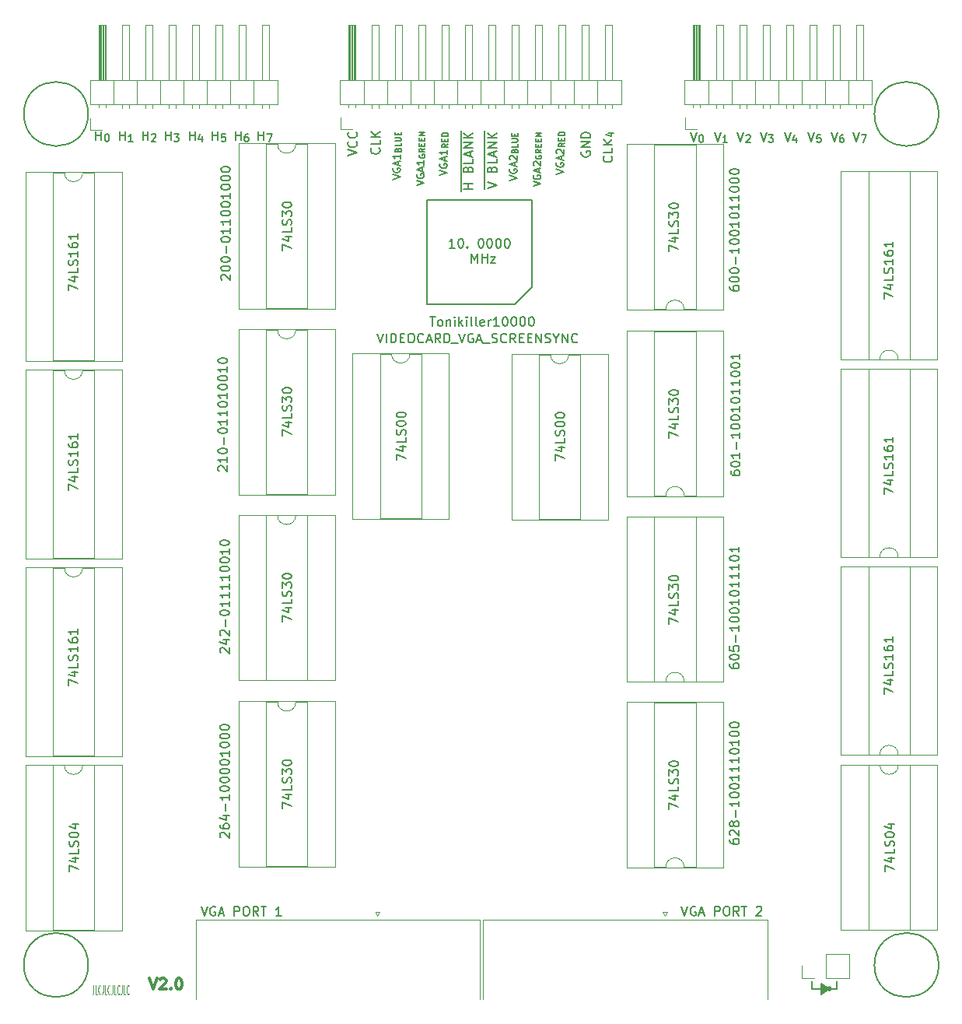
<source format=gbr>
%TF.GenerationSoftware,KiCad,Pcbnew,(6.0.5)*%
%TF.CreationDate,2023-01-07T10:20:43+02:00*%
%TF.ProjectId,VIDEOCARD_SCREENSYNC2.0,56494445-4f43-4415-9244-5f5343524545,rev?*%
%TF.SameCoordinates,Original*%
%TF.FileFunction,Legend,Top*%
%TF.FilePolarity,Positive*%
%FSLAX46Y46*%
G04 Gerber Fmt 4.6, Leading zero omitted, Abs format (unit mm)*
G04 Created by KiCad (PCBNEW (6.0.5)) date 2023-01-07 10:20:43*
%MOMM*%
%LPD*%
G01*
G04 APERTURE LIST*
%ADD10C,0.150000*%
%ADD11C,0.200000*%
%ADD12C,0.300000*%
%ADD13C,0.160000*%
%ADD14C,0.010000*%
%ADD15C,0.120000*%
%ADD16R,1.700000X1.700000*%
%ADD17O,1.700000X1.700000*%
%ADD18R,2.400000X1.600000*%
%ADD19O,2.400000X1.600000*%
%ADD20C,4.000000*%
%ADD21R,1.600000X1.600000*%
%ADD22C,1.600000*%
G04 APERTURE END LIST*
D10*
X181600000Y-147100000D02*
G75*
G03*
X181600000Y-147100000I-200000J0D01*
G01*
X182200000Y-147100000D02*
X182200000Y-146300000D01*
X181500000Y-147100000D02*
G75*
G03*
X181500000Y-147100000I-100000J0D01*
G01*
X179900000Y-147100000D02*
X179500000Y-147100000D01*
X181800000Y-147100000D02*
X182000000Y-147100000D01*
X181400000Y-147100000D02*
X181800000Y-147100000D01*
X180500000Y-147100000D02*
X180200000Y-147100000D01*
X180200000Y-147100000D02*
X179900000Y-147100000D01*
G36*
X181400000Y-147100000D02*
G01*
X180500000Y-147700000D01*
X180500000Y-146500000D01*
X181400000Y-147100000D01*
G37*
X181400000Y-147100000D02*
X180500000Y-147700000D01*
X180500000Y-146500000D01*
X181400000Y-147100000D01*
X182000000Y-147100000D02*
X182200000Y-147100000D01*
X179500000Y-147100000D02*
X179500000Y-146300000D01*
D11*
X193300000Y-144500000D02*
G75*
G03*
X193300000Y-144500000I-3500000J0D01*
G01*
X100700000Y-144500000D02*
G75*
G03*
X100700000Y-144500000I-3500000J0D01*
G01*
X100700000Y-51900000D02*
G75*
G03*
X100700000Y-51900000I-3500000J0D01*
G01*
X193300000Y-51900000D02*
G75*
G03*
X193300000Y-51900000I-3500000J0D01*
G01*
X157677142Y-56506190D02*
X157724761Y-56553809D01*
X157772380Y-56696666D01*
X157772380Y-56791904D01*
X157724761Y-56934761D01*
X157629523Y-57030000D01*
X157534285Y-57077619D01*
X157343809Y-57125238D01*
X157200952Y-57125238D01*
X157010476Y-57077619D01*
X156915238Y-57030000D01*
X156820000Y-56934761D01*
X156772380Y-56791904D01*
X156772380Y-56696666D01*
X156820000Y-56553809D01*
X156867619Y-56506190D01*
X157772380Y-55601428D02*
X157772380Y-56077619D01*
X156772380Y-56077619D01*
X157772380Y-55268095D02*
X156772380Y-55268095D01*
X157772380Y-54696666D02*
X157200952Y-55125238D01*
X156772380Y-54696666D02*
X157343809Y-55268095D01*
X157348571Y-53972857D02*
X157881904Y-53972857D01*
X157043809Y-54163333D02*
X157615238Y-54353809D01*
X157615238Y-53858571D01*
X132377142Y-55625238D02*
X132424761Y-55672857D01*
X132472380Y-55815714D01*
X132472380Y-55910952D01*
X132424761Y-56053809D01*
X132329523Y-56149047D01*
X132234285Y-56196666D01*
X132043809Y-56244285D01*
X131900952Y-56244285D01*
X131710476Y-56196666D01*
X131615238Y-56149047D01*
X131520000Y-56053809D01*
X131472380Y-55910952D01*
X131472380Y-55815714D01*
X131520000Y-55672857D01*
X131567619Y-55625238D01*
X132472380Y-54720476D02*
X132472380Y-55196666D01*
X131472380Y-55196666D01*
X132472380Y-54387142D02*
X131472380Y-54387142D01*
X132472380Y-53815714D02*
X131900952Y-54244285D01*
X131472380Y-53815714D02*
X132043809Y-54387142D01*
X109153333Y-54782380D02*
X109153333Y-53782380D01*
X109153333Y-54258571D02*
X109724761Y-54258571D01*
X109724761Y-54782380D02*
X109724761Y-53782380D01*
X110077142Y-54091904D02*
X110572380Y-54091904D01*
X110305714Y-54396666D01*
X110420000Y-54396666D01*
X110496190Y-54434761D01*
X110534285Y-54472857D01*
X110572380Y-54549047D01*
X110572380Y-54739523D01*
X110534285Y-54815714D01*
X110496190Y-54853809D01*
X110420000Y-54891904D01*
X110191428Y-54891904D01*
X110115238Y-54853809D01*
X110077142Y-54815714D01*
X111753333Y-54782380D02*
X111753333Y-53782380D01*
X111753333Y-54258571D02*
X112324761Y-54258571D01*
X112324761Y-54782380D02*
X112324761Y-53782380D01*
X113096190Y-54358571D02*
X113096190Y-54891904D01*
X112905714Y-54053809D02*
X112715238Y-54625238D01*
X113210476Y-54625238D01*
D12*
X107371428Y-145942857D02*
X107771428Y-147142857D01*
X108171428Y-145942857D01*
X108514285Y-146057142D02*
X108571428Y-146000000D01*
X108685714Y-145942857D01*
X108971428Y-145942857D01*
X109085714Y-146000000D01*
X109142857Y-146057142D01*
X109200000Y-146171428D01*
X109200000Y-146285714D01*
X109142857Y-146457142D01*
X108457142Y-147142857D01*
X109200000Y-147142857D01*
X109714285Y-147028571D02*
X109771428Y-147085714D01*
X109714285Y-147142857D01*
X109657142Y-147085714D01*
X109714285Y-147028571D01*
X109714285Y-147142857D01*
X110514285Y-145942857D02*
X110628571Y-145942857D01*
X110742857Y-146000000D01*
X110800000Y-146057142D01*
X110857142Y-146171428D01*
X110914285Y-146400000D01*
X110914285Y-146685714D01*
X110857142Y-146914285D01*
X110800000Y-147028571D01*
X110742857Y-147085714D01*
X110628571Y-147142857D01*
X110514285Y-147142857D01*
X110400000Y-147085714D01*
X110342857Y-147028571D01*
X110285714Y-146914285D01*
X110228571Y-146685714D01*
X110228571Y-146400000D01*
X110285714Y-146171428D01*
X110342857Y-146057142D01*
X110400000Y-146000000D01*
X110514285Y-145942857D01*
D11*
X170652380Y-90762857D02*
X170652380Y-90953333D01*
X170700000Y-91048571D01*
X170747619Y-91096190D01*
X170890476Y-91191428D01*
X171080952Y-91239047D01*
X171461904Y-91239047D01*
X171557142Y-91191428D01*
X171604761Y-91143809D01*
X171652380Y-91048571D01*
X171652380Y-90858095D01*
X171604761Y-90762857D01*
X171557142Y-90715238D01*
X171461904Y-90667619D01*
X171223809Y-90667619D01*
X171128571Y-90715238D01*
X171080952Y-90762857D01*
X171033333Y-90858095D01*
X171033333Y-91048571D01*
X171080952Y-91143809D01*
X171128571Y-91191428D01*
X171223809Y-91239047D01*
X170652380Y-90048571D02*
X170652380Y-89953333D01*
X170700000Y-89858095D01*
X170747619Y-89810476D01*
X170842857Y-89762857D01*
X171033333Y-89715238D01*
X171271428Y-89715238D01*
X171461904Y-89762857D01*
X171557142Y-89810476D01*
X171604761Y-89858095D01*
X171652380Y-89953333D01*
X171652380Y-90048571D01*
X171604761Y-90143809D01*
X171557142Y-90191428D01*
X171461904Y-90239047D01*
X171271428Y-90286666D01*
X171033333Y-90286666D01*
X170842857Y-90239047D01*
X170747619Y-90191428D01*
X170700000Y-90143809D01*
X170652380Y-90048571D01*
X171652380Y-88762857D02*
X171652380Y-89334285D01*
X171652380Y-89048571D02*
X170652380Y-89048571D01*
X170795238Y-89143809D01*
X170890476Y-89239047D01*
X170938095Y-89334285D01*
X171271428Y-88334285D02*
X171271428Y-87572380D01*
X171652380Y-86572380D02*
X171652380Y-87143809D01*
X171652380Y-86858095D02*
X170652380Y-86858095D01*
X170795238Y-86953333D01*
X170890476Y-87048571D01*
X170938095Y-87143809D01*
X170652380Y-85953333D02*
X170652380Y-85858095D01*
X170700000Y-85762857D01*
X170747619Y-85715238D01*
X170842857Y-85667619D01*
X171033333Y-85620000D01*
X171271428Y-85620000D01*
X171461904Y-85667619D01*
X171557142Y-85715238D01*
X171604761Y-85762857D01*
X171652380Y-85858095D01*
X171652380Y-85953333D01*
X171604761Y-86048571D01*
X171557142Y-86096190D01*
X171461904Y-86143809D01*
X171271428Y-86191428D01*
X171033333Y-86191428D01*
X170842857Y-86143809D01*
X170747619Y-86096190D01*
X170700000Y-86048571D01*
X170652380Y-85953333D01*
X170652380Y-85000952D02*
X170652380Y-84905714D01*
X170700000Y-84810476D01*
X170747619Y-84762857D01*
X170842857Y-84715238D01*
X171033333Y-84667619D01*
X171271428Y-84667619D01*
X171461904Y-84715238D01*
X171557142Y-84762857D01*
X171604761Y-84810476D01*
X171652380Y-84905714D01*
X171652380Y-85000952D01*
X171604761Y-85096190D01*
X171557142Y-85143809D01*
X171461904Y-85191428D01*
X171271428Y-85239047D01*
X171033333Y-85239047D01*
X170842857Y-85191428D01*
X170747619Y-85143809D01*
X170700000Y-85096190D01*
X170652380Y-85000952D01*
X171652380Y-83715238D02*
X171652380Y-84286666D01*
X171652380Y-84000952D02*
X170652380Y-84000952D01*
X170795238Y-84096190D01*
X170890476Y-84191428D01*
X170938095Y-84286666D01*
X170652380Y-83096190D02*
X170652380Y-83000952D01*
X170700000Y-82905714D01*
X170747619Y-82858095D01*
X170842857Y-82810476D01*
X171033333Y-82762857D01*
X171271428Y-82762857D01*
X171461904Y-82810476D01*
X171557142Y-82858095D01*
X171604761Y-82905714D01*
X171652380Y-83000952D01*
X171652380Y-83096190D01*
X171604761Y-83191428D01*
X171557142Y-83239047D01*
X171461904Y-83286666D01*
X171271428Y-83334285D01*
X171033333Y-83334285D01*
X170842857Y-83286666D01*
X170747619Y-83239047D01*
X170700000Y-83191428D01*
X170652380Y-83096190D01*
X171652380Y-81810476D02*
X171652380Y-82381904D01*
X171652380Y-82096190D02*
X170652380Y-82096190D01*
X170795238Y-82191428D01*
X170890476Y-82286666D01*
X170938095Y-82381904D01*
X171652380Y-80858095D02*
X171652380Y-81429523D01*
X171652380Y-81143809D02*
X170652380Y-81143809D01*
X170795238Y-81239047D01*
X170890476Y-81334285D01*
X170938095Y-81429523D01*
X170652380Y-80239047D02*
X170652380Y-80143809D01*
X170700000Y-80048571D01*
X170747619Y-80000952D01*
X170842857Y-79953333D01*
X171033333Y-79905714D01*
X171271428Y-79905714D01*
X171461904Y-79953333D01*
X171557142Y-80000952D01*
X171604761Y-80048571D01*
X171652380Y-80143809D01*
X171652380Y-80239047D01*
X171604761Y-80334285D01*
X171557142Y-80381904D01*
X171461904Y-80429523D01*
X171271428Y-80477142D01*
X171033333Y-80477142D01*
X170842857Y-80429523D01*
X170747619Y-80381904D01*
X170700000Y-80334285D01*
X170652380Y-80239047D01*
X170652380Y-79286666D02*
X170652380Y-79191428D01*
X170700000Y-79096190D01*
X170747619Y-79048571D01*
X170842857Y-79000952D01*
X171033333Y-78953333D01*
X171271428Y-78953333D01*
X171461904Y-79000952D01*
X171557142Y-79048571D01*
X171604761Y-79096190D01*
X171652380Y-79191428D01*
X171652380Y-79286666D01*
X171604761Y-79381904D01*
X171557142Y-79429523D01*
X171461904Y-79477142D01*
X171271428Y-79524761D01*
X171033333Y-79524761D01*
X170842857Y-79477142D01*
X170747619Y-79429523D01*
X170700000Y-79381904D01*
X170652380Y-79286666D01*
X171652380Y-78000952D02*
X171652380Y-78572380D01*
X171652380Y-78286666D02*
X170652380Y-78286666D01*
X170795238Y-78381904D01*
X170890476Y-78477142D01*
X170938095Y-78572380D01*
X101553333Y-54782380D02*
X101553333Y-53782380D01*
X101553333Y-54258571D02*
X102124761Y-54258571D01*
X102124761Y-54782380D02*
X102124761Y-53782380D01*
X102705714Y-54091904D02*
X102781904Y-54091904D01*
X102858095Y-54130000D01*
X102896190Y-54168095D01*
X102934285Y-54244285D01*
X102972380Y-54396666D01*
X102972380Y-54587142D01*
X102934285Y-54739523D01*
X102896190Y-54815714D01*
X102858095Y-54853809D01*
X102781904Y-54891904D01*
X102705714Y-54891904D01*
X102629523Y-54853809D01*
X102591428Y-54815714D01*
X102553333Y-54739523D01*
X102515238Y-54587142D01*
X102515238Y-54396666D01*
X102553333Y-54244285D01*
X102591428Y-54168095D01*
X102629523Y-54130000D01*
X102705714Y-54091904D01*
X141290000Y-60291904D02*
X141290000Y-59244285D01*
X142572380Y-60053809D02*
X141572380Y-60053809D01*
X142048571Y-60053809D02*
X142048571Y-59482380D01*
X142572380Y-59482380D02*
X141572380Y-59482380D01*
X141290000Y-59244285D02*
X141290000Y-58482380D01*
X141290000Y-58482380D02*
X141290000Y-57482380D01*
X142048571Y-57910952D02*
X142096190Y-57768095D01*
X142143809Y-57720476D01*
X142239047Y-57672857D01*
X142381904Y-57672857D01*
X142477142Y-57720476D01*
X142524761Y-57768095D01*
X142572380Y-57863333D01*
X142572380Y-58244285D01*
X141572380Y-58244285D01*
X141572380Y-57910952D01*
X141620000Y-57815714D01*
X141667619Y-57768095D01*
X141762857Y-57720476D01*
X141858095Y-57720476D01*
X141953333Y-57768095D01*
X142000952Y-57815714D01*
X142048571Y-57910952D01*
X142048571Y-58244285D01*
X141290000Y-57482380D02*
X141290000Y-56672857D01*
X142572380Y-56768095D02*
X142572380Y-57244285D01*
X141572380Y-57244285D01*
X141290000Y-56672857D02*
X141290000Y-55815714D01*
X142286666Y-56482380D02*
X142286666Y-56006190D01*
X142572380Y-56577619D02*
X141572380Y-56244285D01*
X142572380Y-55910952D01*
X141290000Y-55815714D02*
X141290000Y-54768095D01*
X142572380Y-55577619D02*
X141572380Y-55577619D01*
X142572380Y-55006190D01*
X141572380Y-55006190D01*
X141290000Y-54768095D02*
X141290000Y-53768095D01*
X142572380Y-54530000D02*
X141572380Y-54530000D01*
X142572380Y-53958571D02*
X142000952Y-54387142D01*
X141572380Y-53958571D02*
X142143809Y-54530000D01*
X119253333Y-54782380D02*
X119253333Y-53782380D01*
X119253333Y-54258571D02*
X119824761Y-54258571D01*
X119824761Y-54782380D02*
X119824761Y-53782380D01*
X120177142Y-54091904D02*
X120710476Y-54091904D01*
X120367619Y-54891904D01*
X137905714Y-73982380D02*
X138477142Y-73982380D01*
X138191428Y-74982380D02*
X138191428Y-73982380D01*
X138953333Y-74982380D02*
X138858095Y-74934761D01*
X138810476Y-74887142D01*
X138762857Y-74791904D01*
X138762857Y-74506190D01*
X138810476Y-74410952D01*
X138858095Y-74363333D01*
X138953333Y-74315714D01*
X139096190Y-74315714D01*
X139191428Y-74363333D01*
X139239047Y-74410952D01*
X139286666Y-74506190D01*
X139286666Y-74791904D01*
X139239047Y-74887142D01*
X139191428Y-74934761D01*
X139096190Y-74982380D01*
X138953333Y-74982380D01*
X139715238Y-74315714D02*
X139715238Y-74982380D01*
X139715238Y-74410952D02*
X139762857Y-74363333D01*
X139858095Y-74315714D01*
X140000952Y-74315714D01*
X140096190Y-74363333D01*
X140143809Y-74458571D01*
X140143809Y-74982380D01*
X140620000Y-74982380D02*
X140620000Y-74315714D01*
X140620000Y-73982380D02*
X140572380Y-74030000D01*
X140620000Y-74077619D01*
X140667619Y-74030000D01*
X140620000Y-73982380D01*
X140620000Y-74077619D01*
X141096190Y-74982380D02*
X141096190Y-73982380D01*
X141191428Y-74601428D02*
X141477142Y-74982380D01*
X141477142Y-74315714D02*
X141096190Y-74696666D01*
X141905714Y-74982380D02*
X141905714Y-74315714D01*
X141905714Y-73982380D02*
X141858095Y-74030000D01*
X141905714Y-74077619D01*
X141953333Y-74030000D01*
X141905714Y-73982380D01*
X141905714Y-74077619D01*
X142524761Y-74982380D02*
X142429523Y-74934761D01*
X142381904Y-74839523D01*
X142381904Y-73982380D01*
X143048571Y-74982380D02*
X142953333Y-74934761D01*
X142905714Y-74839523D01*
X142905714Y-73982380D01*
X143810476Y-74934761D02*
X143715238Y-74982380D01*
X143524761Y-74982380D01*
X143429523Y-74934761D01*
X143381904Y-74839523D01*
X143381904Y-74458571D01*
X143429523Y-74363333D01*
X143524761Y-74315714D01*
X143715238Y-74315714D01*
X143810476Y-74363333D01*
X143858095Y-74458571D01*
X143858095Y-74553809D01*
X143381904Y-74649047D01*
X144286666Y-74982380D02*
X144286666Y-74315714D01*
X144286666Y-74506190D02*
X144334285Y-74410952D01*
X144381904Y-74363333D01*
X144477142Y-74315714D01*
X144572380Y-74315714D01*
X145429523Y-74982380D02*
X144858095Y-74982380D01*
X145143809Y-74982380D02*
X145143809Y-73982380D01*
X145048571Y-74125238D01*
X144953333Y-74220476D01*
X144858095Y-74268095D01*
X146048571Y-73982380D02*
X146143809Y-73982380D01*
X146239047Y-74030000D01*
X146286666Y-74077619D01*
X146334285Y-74172857D01*
X146381904Y-74363333D01*
X146381904Y-74601428D01*
X146334285Y-74791904D01*
X146286666Y-74887142D01*
X146239047Y-74934761D01*
X146143809Y-74982380D01*
X146048571Y-74982380D01*
X145953333Y-74934761D01*
X145905714Y-74887142D01*
X145858095Y-74791904D01*
X145810476Y-74601428D01*
X145810476Y-74363333D01*
X145858095Y-74172857D01*
X145905714Y-74077619D01*
X145953333Y-74030000D01*
X146048571Y-73982380D01*
X147000952Y-73982380D02*
X147096190Y-73982380D01*
X147191428Y-74030000D01*
X147239047Y-74077619D01*
X147286666Y-74172857D01*
X147334285Y-74363333D01*
X147334285Y-74601428D01*
X147286666Y-74791904D01*
X147239047Y-74887142D01*
X147191428Y-74934761D01*
X147096190Y-74982380D01*
X147000952Y-74982380D01*
X146905714Y-74934761D01*
X146858095Y-74887142D01*
X146810476Y-74791904D01*
X146762857Y-74601428D01*
X146762857Y-74363333D01*
X146810476Y-74172857D01*
X146858095Y-74077619D01*
X146905714Y-74030000D01*
X147000952Y-73982380D01*
X147953333Y-73982380D02*
X148048571Y-73982380D01*
X148143809Y-74030000D01*
X148191428Y-74077619D01*
X148239047Y-74172857D01*
X148286666Y-74363333D01*
X148286666Y-74601428D01*
X148239047Y-74791904D01*
X148191428Y-74887142D01*
X148143809Y-74934761D01*
X148048571Y-74982380D01*
X147953333Y-74982380D01*
X147858095Y-74934761D01*
X147810476Y-74887142D01*
X147762857Y-74791904D01*
X147715238Y-74601428D01*
X147715238Y-74363333D01*
X147762857Y-74172857D01*
X147810476Y-74077619D01*
X147858095Y-74030000D01*
X147953333Y-73982380D01*
X148905714Y-73982380D02*
X149000952Y-73982380D01*
X149096190Y-74030000D01*
X149143809Y-74077619D01*
X149191428Y-74172857D01*
X149239047Y-74363333D01*
X149239047Y-74601428D01*
X149191428Y-74791904D01*
X149143809Y-74887142D01*
X149096190Y-74934761D01*
X149000952Y-74982380D01*
X148905714Y-74982380D01*
X148810476Y-74934761D01*
X148762857Y-74887142D01*
X148715238Y-74791904D01*
X148667619Y-74601428D01*
X148667619Y-74363333D01*
X148715238Y-74172857D01*
X148762857Y-74077619D01*
X148810476Y-74030000D01*
X148905714Y-73982380D01*
X173905714Y-53882380D02*
X174239047Y-54882380D01*
X174572380Y-53882380D01*
X174781904Y-54191904D02*
X175277142Y-54191904D01*
X175010476Y-54496666D01*
X175124761Y-54496666D01*
X175200952Y-54534761D01*
X175239047Y-54572857D01*
X175277142Y-54649047D01*
X175277142Y-54839523D01*
X175239047Y-54915714D01*
X175200952Y-54953809D01*
X175124761Y-54991904D01*
X174896190Y-54991904D01*
X174820000Y-54953809D01*
X174781904Y-54915714D01*
D13*
X133881904Y-59024285D02*
X134681904Y-58757619D01*
X133881904Y-58490952D01*
X133920000Y-57805238D02*
X133881904Y-57881428D01*
X133881904Y-57995714D01*
X133920000Y-58110000D01*
X133996190Y-58186190D01*
X134072380Y-58224285D01*
X134224761Y-58262380D01*
X134339047Y-58262380D01*
X134491428Y-58224285D01*
X134567619Y-58186190D01*
X134643809Y-58110000D01*
X134681904Y-57995714D01*
X134681904Y-57919523D01*
X134643809Y-57805238D01*
X134605714Y-57767142D01*
X134339047Y-57767142D01*
X134339047Y-57919523D01*
X134453333Y-57462380D02*
X134453333Y-57081428D01*
X134681904Y-57538571D02*
X133881904Y-57271904D01*
X134681904Y-57005238D01*
X134681904Y-56319523D02*
X134681904Y-56776666D01*
X134681904Y-56548095D02*
X133881904Y-56548095D01*
X133996190Y-56624285D01*
X134072380Y-56700476D01*
X134110476Y-56776666D01*
X134434285Y-55801428D02*
X134464761Y-55710000D01*
X134495238Y-55679523D01*
X134556190Y-55649047D01*
X134647619Y-55649047D01*
X134708571Y-55679523D01*
X134739047Y-55710000D01*
X134769523Y-55770952D01*
X134769523Y-56014761D01*
X134129523Y-56014761D01*
X134129523Y-55801428D01*
X134160000Y-55740476D01*
X134190476Y-55710000D01*
X134251428Y-55679523D01*
X134312380Y-55679523D01*
X134373333Y-55710000D01*
X134403809Y-55740476D01*
X134434285Y-55801428D01*
X134434285Y-56014761D01*
X134769523Y-55070000D02*
X134769523Y-55374761D01*
X134129523Y-55374761D01*
X134129523Y-54856666D02*
X134647619Y-54856666D01*
X134708571Y-54826190D01*
X134739047Y-54795714D01*
X134769523Y-54734761D01*
X134769523Y-54612857D01*
X134739047Y-54551904D01*
X134708571Y-54521428D01*
X134647619Y-54490952D01*
X134129523Y-54490952D01*
X134434285Y-54186190D02*
X134434285Y-53972857D01*
X134769523Y-53881428D02*
X134769523Y-54186190D01*
X134129523Y-54186190D01*
X134129523Y-53881428D01*
D11*
X143890000Y-60096666D02*
X143890000Y-59239523D01*
X144172380Y-60001428D02*
X145172380Y-59668095D01*
X144172380Y-59334761D01*
X143890000Y-59239523D02*
X143890000Y-58477619D01*
X143890000Y-58477619D02*
X143890000Y-57477619D01*
X144648571Y-57906190D02*
X144696190Y-57763333D01*
X144743809Y-57715714D01*
X144839047Y-57668095D01*
X144981904Y-57668095D01*
X145077142Y-57715714D01*
X145124761Y-57763333D01*
X145172380Y-57858571D01*
X145172380Y-58239523D01*
X144172380Y-58239523D01*
X144172380Y-57906190D01*
X144220000Y-57810952D01*
X144267619Y-57763333D01*
X144362857Y-57715714D01*
X144458095Y-57715714D01*
X144553333Y-57763333D01*
X144600952Y-57810952D01*
X144648571Y-57906190D01*
X144648571Y-58239523D01*
X143890000Y-57477619D02*
X143890000Y-56668095D01*
X145172380Y-56763333D02*
X145172380Y-57239523D01*
X144172380Y-57239523D01*
X143890000Y-56668095D02*
X143890000Y-55810952D01*
X144886666Y-56477619D02*
X144886666Y-56001428D01*
X145172380Y-56572857D02*
X144172380Y-56239523D01*
X145172380Y-55906190D01*
X143890000Y-55810952D02*
X143890000Y-54763333D01*
X145172380Y-55572857D02*
X144172380Y-55572857D01*
X145172380Y-55001428D01*
X144172380Y-55001428D01*
X143890000Y-54763333D02*
X143890000Y-53763333D01*
X145172380Y-54525238D02*
X144172380Y-54525238D01*
X145172380Y-53953809D02*
X144600952Y-54382380D01*
X144172380Y-53953809D02*
X144743809Y-54525238D01*
D13*
X136481904Y-59674761D02*
X137281904Y-59408095D01*
X136481904Y-59141428D01*
X136520000Y-58455714D02*
X136481904Y-58531904D01*
X136481904Y-58646190D01*
X136520000Y-58760476D01*
X136596190Y-58836666D01*
X136672380Y-58874761D01*
X136824761Y-58912857D01*
X136939047Y-58912857D01*
X137091428Y-58874761D01*
X137167619Y-58836666D01*
X137243809Y-58760476D01*
X137281904Y-58646190D01*
X137281904Y-58570000D01*
X137243809Y-58455714D01*
X137205714Y-58417619D01*
X136939047Y-58417619D01*
X136939047Y-58570000D01*
X137053333Y-58112857D02*
X137053333Y-57731904D01*
X137281904Y-58189047D02*
X136481904Y-57922380D01*
X137281904Y-57655714D01*
X137281904Y-56970000D02*
X137281904Y-57427142D01*
X137281904Y-57198571D02*
X136481904Y-57198571D01*
X136596190Y-57274761D01*
X136672380Y-57350952D01*
X136710476Y-57427142D01*
X136760000Y-56330000D02*
X136729523Y-56390952D01*
X136729523Y-56482380D01*
X136760000Y-56573809D01*
X136820952Y-56634761D01*
X136881904Y-56665238D01*
X137003809Y-56695714D01*
X137095238Y-56695714D01*
X137217142Y-56665238D01*
X137278095Y-56634761D01*
X137339047Y-56573809D01*
X137369523Y-56482380D01*
X137369523Y-56421428D01*
X137339047Y-56330000D01*
X137308571Y-56299523D01*
X137095238Y-56299523D01*
X137095238Y-56421428D01*
X137369523Y-55659523D02*
X137064761Y-55872857D01*
X137369523Y-56025238D02*
X136729523Y-56025238D01*
X136729523Y-55781428D01*
X136760000Y-55720476D01*
X136790476Y-55690000D01*
X136851428Y-55659523D01*
X136942857Y-55659523D01*
X137003809Y-55690000D01*
X137034285Y-55720476D01*
X137064761Y-55781428D01*
X137064761Y-56025238D01*
X137034285Y-55385238D02*
X137034285Y-55171904D01*
X137369523Y-55080476D02*
X137369523Y-55385238D01*
X136729523Y-55385238D01*
X136729523Y-55080476D01*
X137034285Y-54806190D02*
X137034285Y-54592857D01*
X137369523Y-54501428D02*
X137369523Y-54806190D01*
X136729523Y-54806190D01*
X136729523Y-54501428D01*
X137369523Y-54227142D02*
X136729523Y-54227142D01*
X137369523Y-53861428D01*
X136729523Y-53861428D01*
D11*
X166305714Y-53882380D02*
X166639047Y-54882380D01*
X166972380Y-53882380D01*
X167410476Y-54191904D02*
X167486666Y-54191904D01*
X167562857Y-54230000D01*
X167600952Y-54268095D01*
X167639047Y-54344285D01*
X167677142Y-54496666D01*
X167677142Y-54687142D01*
X167639047Y-54839523D01*
X167600952Y-54915714D01*
X167562857Y-54953809D01*
X167486666Y-54991904D01*
X167410476Y-54991904D01*
X167334285Y-54953809D01*
X167296190Y-54915714D01*
X167258095Y-54839523D01*
X167220000Y-54687142D01*
X167220000Y-54496666D01*
X167258095Y-54344285D01*
X167296190Y-54268095D01*
X167334285Y-54230000D01*
X167410476Y-54191904D01*
D13*
X151681904Y-58450000D02*
X152481904Y-58183333D01*
X151681904Y-57916666D01*
X151720000Y-57230952D02*
X151681904Y-57307142D01*
X151681904Y-57421428D01*
X151720000Y-57535714D01*
X151796190Y-57611904D01*
X151872380Y-57650000D01*
X152024761Y-57688095D01*
X152139047Y-57688095D01*
X152291428Y-57650000D01*
X152367619Y-57611904D01*
X152443809Y-57535714D01*
X152481904Y-57421428D01*
X152481904Y-57345238D01*
X152443809Y-57230952D01*
X152405714Y-57192857D01*
X152139047Y-57192857D01*
X152139047Y-57345238D01*
X152253333Y-56888095D02*
X152253333Y-56507142D01*
X152481904Y-56964285D02*
X151681904Y-56697619D01*
X152481904Y-56430952D01*
X151758095Y-56202380D02*
X151720000Y-56164285D01*
X151681904Y-56088095D01*
X151681904Y-55897619D01*
X151720000Y-55821428D01*
X151758095Y-55783333D01*
X151834285Y-55745238D01*
X151910476Y-55745238D01*
X152024761Y-55783333D01*
X152481904Y-56240476D01*
X152481904Y-55745238D01*
X152569523Y-55074761D02*
X152264761Y-55288095D01*
X152569523Y-55440476D02*
X151929523Y-55440476D01*
X151929523Y-55196666D01*
X151960000Y-55135714D01*
X151990476Y-55105238D01*
X152051428Y-55074761D01*
X152142857Y-55074761D01*
X152203809Y-55105238D01*
X152234285Y-55135714D01*
X152264761Y-55196666D01*
X152264761Y-55440476D01*
X152234285Y-54800476D02*
X152234285Y-54587142D01*
X152569523Y-54495714D02*
X152569523Y-54800476D01*
X151929523Y-54800476D01*
X151929523Y-54495714D01*
X152569523Y-54221428D02*
X151929523Y-54221428D01*
X151929523Y-54069047D01*
X151960000Y-53977619D01*
X152020952Y-53916666D01*
X152081904Y-53886190D01*
X152203809Y-53855714D01*
X152295238Y-53855714D01*
X152417142Y-53886190D01*
X152478095Y-53916666D01*
X152539047Y-53977619D01*
X152569523Y-54069047D01*
X152569523Y-54221428D01*
D11*
X168905714Y-53882380D02*
X169239047Y-54882380D01*
X169572380Y-53882380D01*
X170277142Y-54991904D02*
X169820000Y-54991904D01*
X170048571Y-54991904D02*
X170048571Y-54191904D01*
X169972380Y-54306190D01*
X169896190Y-54382380D01*
X169820000Y-54420476D01*
X170552380Y-130862857D02*
X170552380Y-131053333D01*
X170600000Y-131148571D01*
X170647619Y-131196190D01*
X170790476Y-131291428D01*
X170980952Y-131339047D01*
X171361904Y-131339047D01*
X171457142Y-131291428D01*
X171504761Y-131243809D01*
X171552380Y-131148571D01*
X171552380Y-130958095D01*
X171504761Y-130862857D01*
X171457142Y-130815238D01*
X171361904Y-130767619D01*
X171123809Y-130767619D01*
X171028571Y-130815238D01*
X170980952Y-130862857D01*
X170933333Y-130958095D01*
X170933333Y-131148571D01*
X170980952Y-131243809D01*
X171028571Y-131291428D01*
X171123809Y-131339047D01*
X170647619Y-130386666D02*
X170600000Y-130339047D01*
X170552380Y-130243809D01*
X170552380Y-130005714D01*
X170600000Y-129910476D01*
X170647619Y-129862857D01*
X170742857Y-129815238D01*
X170838095Y-129815238D01*
X170980952Y-129862857D01*
X171552380Y-130434285D01*
X171552380Y-129815238D01*
X170980952Y-129243809D02*
X170933333Y-129339047D01*
X170885714Y-129386666D01*
X170790476Y-129434285D01*
X170742857Y-129434285D01*
X170647619Y-129386666D01*
X170600000Y-129339047D01*
X170552380Y-129243809D01*
X170552380Y-129053333D01*
X170600000Y-128958095D01*
X170647619Y-128910476D01*
X170742857Y-128862857D01*
X170790476Y-128862857D01*
X170885714Y-128910476D01*
X170933333Y-128958095D01*
X170980952Y-129053333D01*
X170980952Y-129243809D01*
X171028571Y-129339047D01*
X171076190Y-129386666D01*
X171171428Y-129434285D01*
X171361904Y-129434285D01*
X171457142Y-129386666D01*
X171504761Y-129339047D01*
X171552380Y-129243809D01*
X171552380Y-129053333D01*
X171504761Y-128958095D01*
X171457142Y-128910476D01*
X171361904Y-128862857D01*
X171171428Y-128862857D01*
X171076190Y-128910476D01*
X171028571Y-128958095D01*
X170980952Y-129053333D01*
X171171428Y-128434285D02*
X171171428Y-127672380D01*
X171552380Y-126672380D02*
X171552380Y-127243809D01*
X171552380Y-126958095D02*
X170552380Y-126958095D01*
X170695238Y-127053333D01*
X170790476Y-127148571D01*
X170838095Y-127243809D01*
X170552380Y-126053333D02*
X170552380Y-125958095D01*
X170600000Y-125862857D01*
X170647619Y-125815238D01*
X170742857Y-125767619D01*
X170933333Y-125720000D01*
X171171428Y-125720000D01*
X171361904Y-125767619D01*
X171457142Y-125815238D01*
X171504761Y-125862857D01*
X171552380Y-125958095D01*
X171552380Y-126053333D01*
X171504761Y-126148571D01*
X171457142Y-126196190D01*
X171361904Y-126243809D01*
X171171428Y-126291428D01*
X170933333Y-126291428D01*
X170742857Y-126243809D01*
X170647619Y-126196190D01*
X170600000Y-126148571D01*
X170552380Y-126053333D01*
X170552380Y-125100952D02*
X170552380Y-125005714D01*
X170600000Y-124910476D01*
X170647619Y-124862857D01*
X170742857Y-124815238D01*
X170933333Y-124767619D01*
X171171428Y-124767619D01*
X171361904Y-124815238D01*
X171457142Y-124862857D01*
X171504761Y-124910476D01*
X171552380Y-125005714D01*
X171552380Y-125100952D01*
X171504761Y-125196190D01*
X171457142Y-125243809D01*
X171361904Y-125291428D01*
X171171428Y-125339047D01*
X170933333Y-125339047D01*
X170742857Y-125291428D01*
X170647619Y-125243809D01*
X170600000Y-125196190D01*
X170552380Y-125100952D01*
X171552380Y-123815238D02*
X171552380Y-124386666D01*
X171552380Y-124100952D02*
X170552380Y-124100952D01*
X170695238Y-124196190D01*
X170790476Y-124291428D01*
X170838095Y-124386666D01*
X171552380Y-122862857D02*
X171552380Y-123434285D01*
X171552380Y-123148571D02*
X170552380Y-123148571D01*
X170695238Y-123243809D01*
X170790476Y-123339047D01*
X170838095Y-123434285D01*
X171552380Y-121910476D02*
X171552380Y-122481904D01*
X171552380Y-122196190D02*
X170552380Y-122196190D01*
X170695238Y-122291428D01*
X170790476Y-122386666D01*
X170838095Y-122481904D01*
X170552380Y-121291428D02*
X170552380Y-121196190D01*
X170600000Y-121100952D01*
X170647619Y-121053333D01*
X170742857Y-121005714D01*
X170933333Y-120958095D01*
X171171428Y-120958095D01*
X171361904Y-121005714D01*
X171457142Y-121053333D01*
X171504761Y-121100952D01*
X171552380Y-121196190D01*
X171552380Y-121291428D01*
X171504761Y-121386666D01*
X171457142Y-121434285D01*
X171361904Y-121481904D01*
X171171428Y-121529523D01*
X170933333Y-121529523D01*
X170742857Y-121481904D01*
X170647619Y-121434285D01*
X170600000Y-121386666D01*
X170552380Y-121291428D01*
X171552380Y-120005714D02*
X171552380Y-120577142D01*
X171552380Y-120291428D02*
X170552380Y-120291428D01*
X170695238Y-120386666D01*
X170790476Y-120481904D01*
X170838095Y-120577142D01*
X170552380Y-119386666D02*
X170552380Y-119291428D01*
X170600000Y-119196190D01*
X170647619Y-119148571D01*
X170742857Y-119100952D01*
X170933333Y-119053333D01*
X171171428Y-119053333D01*
X171361904Y-119100952D01*
X171457142Y-119148571D01*
X171504761Y-119196190D01*
X171552380Y-119291428D01*
X171552380Y-119386666D01*
X171504761Y-119481904D01*
X171457142Y-119529523D01*
X171361904Y-119577142D01*
X171171428Y-119624761D01*
X170933333Y-119624761D01*
X170742857Y-119577142D01*
X170647619Y-119529523D01*
X170600000Y-119481904D01*
X170552380Y-119386666D01*
X170552380Y-118434285D02*
X170552380Y-118339047D01*
X170600000Y-118243809D01*
X170647619Y-118196190D01*
X170742857Y-118148571D01*
X170933333Y-118100952D01*
X171171428Y-118100952D01*
X171361904Y-118148571D01*
X171457142Y-118196190D01*
X171504761Y-118243809D01*
X171552380Y-118339047D01*
X171552380Y-118434285D01*
X171504761Y-118529523D01*
X171457142Y-118577142D01*
X171361904Y-118624761D01*
X171171428Y-118672380D01*
X170933333Y-118672380D01*
X170742857Y-118624761D01*
X170647619Y-118577142D01*
X170600000Y-118529523D01*
X170552380Y-118434285D01*
D14*
X101304761Y-146692380D02*
X101304761Y-147406666D01*
X101285714Y-147549523D01*
X101247619Y-147644761D01*
X101190476Y-147692380D01*
X101152380Y-147692380D01*
X101685714Y-147692380D02*
X101495238Y-147692380D01*
X101495238Y-146692380D01*
X102047619Y-147597142D02*
X102028571Y-147644761D01*
X101971428Y-147692380D01*
X101933333Y-147692380D01*
X101876190Y-147644761D01*
X101838095Y-147549523D01*
X101819047Y-147454285D01*
X101800000Y-147263809D01*
X101800000Y-147120952D01*
X101819047Y-146930476D01*
X101838095Y-146835238D01*
X101876190Y-146740000D01*
X101933333Y-146692380D01*
X101971428Y-146692380D01*
X102028571Y-146740000D01*
X102047619Y-146787619D01*
X102333333Y-146692380D02*
X102333333Y-147406666D01*
X102314285Y-147549523D01*
X102276190Y-147644761D01*
X102219047Y-147692380D01*
X102180952Y-147692380D01*
X102714285Y-147692380D02*
X102523809Y-147692380D01*
X102523809Y-146692380D01*
X103076190Y-147597142D02*
X103057142Y-147644761D01*
X103000000Y-147692380D01*
X102961904Y-147692380D01*
X102904761Y-147644761D01*
X102866666Y-147549523D01*
X102847619Y-147454285D01*
X102828571Y-147263809D01*
X102828571Y-147120952D01*
X102847619Y-146930476D01*
X102866666Y-146835238D01*
X102904761Y-146740000D01*
X102961904Y-146692380D01*
X103000000Y-146692380D01*
X103057142Y-146740000D01*
X103076190Y-146787619D01*
X103361904Y-146692380D02*
X103361904Y-147406666D01*
X103342857Y-147549523D01*
X103304761Y-147644761D01*
X103247619Y-147692380D01*
X103209523Y-147692380D01*
X103742857Y-147692380D02*
X103552380Y-147692380D01*
X103552380Y-146692380D01*
X104104761Y-147597142D02*
X104085714Y-147644761D01*
X104028571Y-147692380D01*
X103990476Y-147692380D01*
X103933333Y-147644761D01*
X103895238Y-147549523D01*
X103876190Y-147454285D01*
X103857142Y-147263809D01*
X103857142Y-147120952D01*
X103876190Y-146930476D01*
X103895238Y-146835238D01*
X103933333Y-146740000D01*
X103990476Y-146692380D01*
X104028571Y-146692380D01*
X104085714Y-146740000D01*
X104104761Y-146787619D01*
X104390476Y-146692380D02*
X104390476Y-147406666D01*
X104371428Y-147549523D01*
X104333333Y-147644761D01*
X104276190Y-147692380D01*
X104238095Y-147692380D01*
X104771428Y-147692380D02*
X104580952Y-147692380D01*
X104580952Y-146692380D01*
X105133333Y-147597142D02*
X105114285Y-147644761D01*
X105057142Y-147692380D01*
X105019047Y-147692380D01*
X104961904Y-147644761D01*
X104923809Y-147549523D01*
X104904761Y-147454285D01*
X104885714Y-147263809D01*
X104885714Y-147120952D01*
X104904761Y-146930476D01*
X104923809Y-146835238D01*
X104961904Y-146740000D01*
X105019047Y-146692380D01*
X105057142Y-146692380D01*
X105114285Y-146740000D01*
X105133333Y-146787619D01*
D11*
X114947619Y-90742857D02*
X114900000Y-90695238D01*
X114852380Y-90600000D01*
X114852380Y-90361904D01*
X114900000Y-90266666D01*
X114947619Y-90219047D01*
X115042857Y-90171428D01*
X115138095Y-90171428D01*
X115280952Y-90219047D01*
X115852380Y-90790476D01*
X115852380Y-90171428D01*
X115852380Y-89219047D02*
X115852380Y-89790476D01*
X115852380Y-89504761D02*
X114852380Y-89504761D01*
X114995238Y-89600000D01*
X115090476Y-89695238D01*
X115138095Y-89790476D01*
X114852380Y-88600000D02*
X114852380Y-88504761D01*
X114900000Y-88409523D01*
X114947619Y-88361904D01*
X115042857Y-88314285D01*
X115233333Y-88266666D01*
X115471428Y-88266666D01*
X115661904Y-88314285D01*
X115757142Y-88361904D01*
X115804761Y-88409523D01*
X115852380Y-88504761D01*
X115852380Y-88600000D01*
X115804761Y-88695238D01*
X115757142Y-88742857D01*
X115661904Y-88790476D01*
X115471428Y-88838095D01*
X115233333Y-88838095D01*
X115042857Y-88790476D01*
X114947619Y-88742857D01*
X114900000Y-88695238D01*
X114852380Y-88600000D01*
X115471428Y-87838095D02*
X115471428Y-87076190D01*
X114852380Y-86409523D02*
X114852380Y-86314285D01*
X114900000Y-86219047D01*
X114947619Y-86171428D01*
X115042857Y-86123809D01*
X115233333Y-86076190D01*
X115471428Y-86076190D01*
X115661904Y-86123809D01*
X115757142Y-86171428D01*
X115804761Y-86219047D01*
X115852380Y-86314285D01*
X115852380Y-86409523D01*
X115804761Y-86504761D01*
X115757142Y-86552380D01*
X115661904Y-86600000D01*
X115471428Y-86647619D01*
X115233333Y-86647619D01*
X115042857Y-86600000D01*
X114947619Y-86552380D01*
X114900000Y-86504761D01*
X114852380Y-86409523D01*
X115852380Y-85123809D02*
X115852380Y-85695238D01*
X115852380Y-85409523D02*
X114852380Y-85409523D01*
X114995238Y-85504761D01*
X115090476Y-85600000D01*
X115138095Y-85695238D01*
X115852380Y-84171428D02*
X115852380Y-84742857D01*
X115852380Y-84457142D02*
X114852380Y-84457142D01*
X114995238Y-84552380D01*
X115090476Y-84647619D01*
X115138095Y-84742857D01*
X114852380Y-83552380D02*
X114852380Y-83457142D01*
X114900000Y-83361904D01*
X114947619Y-83314285D01*
X115042857Y-83266666D01*
X115233333Y-83219047D01*
X115471428Y-83219047D01*
X115661904Y-83266666D01*
X115757142Y-83314285D01*
X115804761Y-83361904D01*
X115852380Y-83457142D01*
X115852380Y-83552380D01*
X115804761Y-83647619D01*
X115757142Y-83695238D01*
X115661904Y-83742857D01*
X115471428Y-83790476D01*
X115233333Y-83790476D01*
X115042857Y-83742857D01*
X114947619Y-83695238D01*
X114900000Y-83647619D01*
X114852380Y-83552380D01*
X115852380Y-82266666D02*
X115852380Y-82838095D01*
X115852380Y-82552380D02*
X114852380Y-82552380D01*
X114995238Y-82647619D01*
X115090476Y-82742857D01*
X115138095Y-82838095D01*
X114852380Y-81647619D02*
X114852380Y-81552380D01*
X114900000Y-81457142D01*
X114947619Y-81409523D01*
X115042857Y-81361904D01*
X115233333Y-81314285D01*
X115471428Y-81314285D01*
X115661904Y-81361904D01*
X115757142Y-81409523D01*
X115804761Y-81457142D01*
X115852380Y-81552380D01*
X115852380Y-81647619D01*
X115804761Y-81742857D01*
X115757142Y-81790476D01*
X115661904Y-81838095D01*
X115471428Y-81885714D01*
X115233333Y-81885714D01*
X115042857Y-81838095D01*
X114947619Y-81790476D01*
X114900000Y-81742857D01*
X114852380Y-81647619D01*
X114852380Y-80695238D02*
X114852380Y-80600000D01*
X114900000Y-80504761D01*
X114947619Y-80457142D01*
X115042857Y-80409523D01*
X115233333Y-80361904D01*
X115471428Y-80361904D01*
X115661904Y-80409523D01*
X115757142Y-80457142D01*
X115804761Y-80504761D01*
X115852380Y-80600000D01*
X115852380Y-80695238D01*
X115804761Y-80790476D01*
X115757142Y-80838095D01*
X115661904Y-80885714D01*
X115471428Y-80933333D01*
X115233333Y-80933333D01*
X115042857Y-80885714D01*
X114947619Y-80838095D01*
X114900000Y-80790476D01*
X114852380Y-80695238D01*
X115852380Y-79409523D02*
X115852380Y-79980952D01*
X115852380Y-79695238D02*
X114852380Y-79695238D01*
X114995238Y-79790476D01*
X115090476Y-79885714D01*
X115138095Y-79980952D01*
X114852380Y-78790476D02*
X114852380Y-78695238D01*
X114900000Y-78600000D01*
X114947619Y-78552380D01*
X115042857Y-78504761D01*
X115233333Y-78457142D01*
X115471428Y-78457142D01*
X115661904Y-78504761D01*
X115757142Y-78552380D01*
X115804761Y-78600000D01*
X115852380Y-78695238D01*
X115852380Y-78790476D01*
X115804761Y-78885714D01*
X115757142Y-78933333D01*
X115661904Y-78980952D01*
X115471428Y-79028571D01*
X115233333Y-79028571D01*
X115042857Y-78980952D01*
X114947619Y-78933333D01*
X114900000Y-78885714D01*
X114852380Y-78790476D01*
X176505714Y-53882380D02*
X176839047Y-54882380D01*
X177172380Y-53882380D01*
X177800952Y-54458571D02*
X177800952Y-54991904D01*
X177610476Y-54153809D02*
X177420000Y-54725238D01*
X177915238Y-54725238D01*
X132191428Y-75782380D02*
X132524761Y-76782380D01*
X132858095Y-75782380D01*
X133191428Y-76782380D02*
X133191428Y-75782380D01*
X133667619Y-76782380D02*
X133667619Y-75782380D01*
X133905714Y-75782380D01*
X134048571Y-75830000D01*
X134143809Y-75925238D01*
X134191428Y-76020476D01*
X134239047Y-76210952D01*
X134239047Y-76353809D01*
X134191428Y-76544285D01*
X134143809Y-76639523D01*
X134048571Y-76734761D01*
X133905714Y-76782380D01*
X133667619Y-76782380D01*
X134667619Y-76258571D02*
X135000952Y-76258571D01*
X135143809Y-76782380D02*
X134667619Y-76782380D01*
X134667619Y-75782380D01*
X135143809Y-75782380D01*
X135762857Y-75782380D02*
X135953333Y-75782380D01*
X136048571Y-75830000D01*
X136143809Y-75925238D01*
X136191428Y-76115714D01*
X136191428Y-76449047D01*
X136143809Y-76639523D01*
X136048571Y-76734761D01*
X135953333Y-76782380D01*
X135762857Y-76782380D01*
X135667619Y-76734761D01*
X135572380Y-76639523D01*
X135524761Y-76449047D01*
X135524761Y-76115714D01*
X135572380Y-75925238D01*
X135667619Y-75830000D01*
X135762857Y-75782380D01*
X137191428Y-76687142D02*
X137143809Y-76734761D01*
X137000952Y-76782380D01*
X136905714Y-76782380D01*
X136762857Y-76734761D01*
X136667619Y-76639523D01*
X136620000Y-76544285D01*
X136572380Y-76353809D01*
X136572380Y-76210952D01*
X136620000Y-76020476D01*
X136667619Y-75925238D01*
X136762857Y-75830000D01*
X136905714Y-75782380D01*
X137000952Y-75782380D01*
X137143809Y-75830000D01*
X137191428Y-75877619D01*
X137572380Y-76496666D02*
X138048571Y-76496666D01*
X137477142Y-76782380D02*
X137810476Y-75782380D01*
X138143809Y-76782380D01*
X139048571Y-76782380D02*
X138715238Y-76306190D01*
X138477142Y-76782380D02*
X138477142Y-75782380D01*
X138858095Y-75782380D01*
X138953333Y-75830000D01*
X139000952Y-75877619D01*
X139048571Y-75972857D01*
X139048571Y-76115714D01*
X139000952Y-76210952D01*
X138953333Y-76258571D01*
X138858095Y-76306190D01*
X138477142Y-76306190D01*
X139477142Y-76782380D02*
X139477142Y-75782380D01*
X139715238Y-75782380D01*
X139858095Y-75830000D01*
X139953333Y-75925238D01*
X140000952Y-76020476D01*
X140048571Y-76210952D01*
X140048571Y-76353809D01*
X140000952Y-76544285D01*
X139953333Y-76639523D01*
X139858095Y-76734761D01*
X139715238Y-76782380D01*
X139477142Y-76782380D01*
X140239047Y-76877619D02*
X141000952Y-76877619D01*
X141096190Y-75782380D02*
X141429523Y-76782380D01*
X141762857Y-75782380D01*
X142620000Y-75830000D02*
X142524761Y-75782380D01*
X142381904Y-75782380D01*
X142239047Y-75830000D01*
X142143809Y-75925238D01*
X142096190Y-76020476D01*
X142048571Y-76210952D01*
X142048571Y-76353809D01*
X142096190Y-76544285D01*
X142143809Y-76639523D01*
X142239047Y-76734761D01*
X142381904Y-76782380D01*
X142477142Y-76782380D01*
X142620000Y-76734761D01*
X142667619Y-76687142D01*
X142667619Y-76353809D01*
X142477142Y-76353809D01*
X143048571Y-76496666D02*
X143524761Y-76496666D01*
X142953333Y-76782380D02*
X143286666Y-75782380D01*
X143620000Y-76782380D01*
X143715238Y-76877619D02*
X144477142Y-76877619D01*
X144667619Y-76734761D02*
X144810476Y-76782380D01*
X145048571Y-76782380D01*
X145143809Y-76734761D01*
X145191428Y-76687142D01*
X145239047Y-76591904D01*
X145239047Y-76496666D01*
X145191428Y-76401428D01*
X145143809Y-76353809D01*
X145048571Y-76306190D01*
X144858095Y-76258571D01*
X144762857Y-76210952D01*
X144715238Y-76163333D01*
X144667619Y-76068095D01*
X144667619Y-75972857D01*
X144715238Y-75877619D01*
X144762857Y-75830000D01*
X144858095Y-75782380D01*
X145096190Y-75782380D01*
X145239047Y-75830000D01*
X146239047Y-76687142D02*
X146191428Y-76734761D01*
X146048571Y-76782380D01*
X145953333Y-76782380D01*
X145810476Y-76734761D01*
X145715238Y-76639523D01*
X145667619Y-76544285D01*
X145620000Y-76353809D01*
X145620000Y-76210952D01*
X145667619Y-76020476D01*
X145715238Y-75925238D01*
X145810476Y-75830000D01*
X145953333Y-75782380D01*
X146048571Y-75782380D01*
X146191428Y-75830000D01*
X146239047Y-75877619D01*
X147239047Y-76782380D02*
X146905714Y-76306190D01*
X146667619Y-76782380D02*
X146667619Y-75782380D01*
X147048571Y-75782380D01*
X147143809Y-75830000D01*
X147191428Y-75877619D01*
X147239047Y-75972857D01*
X147239047Y-76115714D01*
X147191428Y-76210952D01*
X147143809Y-76258571D01*
X147048571Y-76306190D01*
X146667619Y-76306190D01*
X147667619Y-76258571D02*
X148000952Y-76258571D01*
X148143809Y-76782380D02*
X147667619Y-76782380D01*
X147667619Y-75782380D01*
X148143809Y-75782380D01*
X148572380Y-76258571D02*
X148905714Y-76258571D01*
X149048571Y-76782380D02*
X148572380Y-76782380D01*
X148572380Y-75782380D01*
X149048571Y-75782380D01*
X149477142Y-76782380D02*
X149477142Y-75782380D01*
X150048571Y-76782380D01*
X150048571Y-75782380D01*
X150477142Y-76734761D02*
X150620000Y-76782380D01*
X150858095Y-76782380D01*
X150953333Y-76734761D01*
X151000952Y-76687142D01*
X151048571Y-76591904D01*
X151048571Y-76496666D01*
X151000952Y-76401428D01*
X150953333Y-76353809D01*
X150858095Y-76306190D01*
X150667619Y-76258571D01*
X150572380Y-76210952D01*
X150524761Y-76163333D01*
X150477142Y-76068095D01*
X150477142Y-75972857D01*
X150524761Y-75877619D01*
X150572380Y-75830000D01*
X150667619Y-75782380D01*
X150905714Y-75782380D01*
X151048571Y-75830000D01*
X151667619Y-76306190D02*
X151667619Y-76782380D01*
X151334285Y-75782380D02*
X151667619Y-76306190D01*
X152000952Y-75782380D01*
X152334285Y-76782380D02*
X152334285Y-75782380D01*
X152905714Y-76782380D01*
X152905714Y-75782380D01*
X153953333Y-76687142D02*
X153905714Y-76734761D01*
X153762857Y-76782380D01*
X153667619Y-76782380D01*
X153524761Y-76734761D01*
X153429523Y-76639523D01*
X153381904Y-76544285D01*
X153334285Y-76353809D01*
X153334285Y-76210952D01*
X153381904Y-76020476D01*
X153429523Y-75925238D01*
X153524761Y-75830000D01*
X153667619Y-75782380D01*
X153762857Y-75782380D01*
X153905714Y-75830000D01*
X153953333Y-75877619D01*
D13*
X138981904Y-58550000D02*
X139781904Y-58283333D01*
X138981904Y-58016666D01*
X139020000Y-57330952D02*
X138981904Y-57407142D01*
X138981904Y-57521428D01*
X139020000Y-57635714D01*
X139096190Y-57711904D01*
X139172380Y-57750000D01*
X139324761Y-57788095D01*
X139439047Y-57788095D01*
X139591428Y-57750000D01*
X139667619Y-57711904D01*
X139743809Y-57635714D01*
X139781904Y-57521428D01*
X139781904Y-57445238D01*
X139743809Y-57330952D01*
X139705714Y-57292857D01*
X139439047Y-57292857D01*
X139439047Y-57445238D01*
X139553333Y-56988095D02*
X139553333Y-56607142D01*
X139781904Y-57064285D02*
X138981904Y-56797619D01*
X139781904Y-56530952D01*
X139781904Y-55845238D02*
X139781904Y-56302380D01*
X139781904Y-56073809D02*
X138981904Y-56073809D01*
X139096190Y-56150000D01*
X139172380Y-56226190D01*
X139210476Y-56302380D01*
X139869523Y-55174761D02*
X139564761Y-55388095D01*
X139869523Y-55540476D02*
X139229523Y-55540476D01*
X139229523Y-55296666D01*
X139260000Y-55235714D01*
X139290476Y-55205238D01*
X139351428Y-55174761D01*
X139442857Y-55174761D01*
X139503809Y-55205238D01*
X139534285Y-55235714D01*
X139564761Y-55296666D01*
X139564761Y-55540476D01*
X139534285Y-54900476D02*
X139534285Y-54687142D01*
X139869523Y-54595714D02*
X139869523Y-54900476D01*
X139229523Y-54900476D01*
X139229523Y-54595714D01*
X139869523Y-54321428D02*
X139229523Y-54321428D01*
X139229523Y-54169047D01*
X139260000Y-54077619D01*
X139320952Y-54016666D01*
X139381904Y-53986190D01*
X139503809Y-53955714D01*
X139595238Y-53955714D01*
X139717142Y-53986190D01*
X139778095Y-54016666D01*
X139839047Y-54077619D01*
X139869523Y-54169047D01*
X139869523Y-54321428D01*
X149181904Y-59774761D02*
X149981904Y-59508095D01*
X149181904Y-59241428D01*
X149220000Y-58555714D02*
X149181904Y-58631904D01*
X149181904Y-58746190D01*
X149220000Y-58860476D01*
X149296190Y-58936666D01*
X149372380Y-58974761D01*
X149524761Y-59012857D01*
X149639047Y-59012857D01*
X149791428Y-58974761D01*
X149867619Y-58936666D01*
X149943809Y-58860476D01*
X149981904Y-58746190D01*
X149981904Y-58670000D01*
X149943809Y-58555714D01*
X149905714Y-58517619D01*
X149639047Y-58517619D01*
X149639047Y-58670000D01*
X149753333Y-58212857D02*
X149753333Y-57831904D01*
X149981904Y-58289047D02*
X149181904Y-58022380D01*
X149981904Y-57755714D01*
X149258095Y-57527142D02*
X149220000Y-57489047D01*
X149181904Y-57412857D01*
X149181904Y-57222380D01*
X149220000Y-57146190D01*
X149258095Y-57108095D01*
X149334285Y-57070000D01*
X149410476Y-57070000D01*
X149524761Y-57108095D01*
X149981904Y-57565238D01*
X149981904Y-57070000D01*
X149460000Y-56430000D02*
X149429523Y-56490952D01*
X149429523Y-56582380D01*
X149460000Y-56673809D01*
X149520952Y-56734761D01*
X149581904Y-56765238D01*
X149703809Y-56795714D01*
X149795238Y-56795714D01*
X149917142Y-56765238D01*
X149978095Y-56734761D01*
X150039047Y-56673809D01*
X150069523Y-56582380D01*
X150069523Y-56521428D01*
X150039047Y-56430000D01*
X150008571Y-56399523D01*
X149795238Y-56399523D01*
X149795238Y-56521428D01*
X150069523Y-55759523D02*
X149764761Y-55972857D01*
X150069523Y-56125238D02*
X149429523Y-56125238D01*
X149429523Y-55881428D01*
X149460000Y-55820476D01*
X149490476Y-55790000D01*
X149551428Y-55759523D01*
X149642857Y-55759523D01*
X149703809Y-55790000D01*
X149734285Y-55820476D01*
X149764761Y-55881428D01*
X149764761Y-56125238D01*
X149734285Y-55485238D02*
X149734285Y-55271904D01*
X150069523Y-55180476D02*
X150069523Y-55485238D01*
X149429523Y-55485238D01*
X149429523Y-55180476D01*
X149734285Y-54906190D02*
X149734285Y-54692857D01*
X150069523Y-54601428D02*
X150069523Y-54906190D01*
X149429523Y-54906190D01*
X149429523Y-54601428D01*
X150069523Y-54327142D02*
X149429523Y-54327142D01*
X150069523Y-53961428D01*
X149429523Y-53961428D01*
X146581904Y-59124285D02*
X147381904Y-58857619D01*
X146581904Y-58590952D01*
X146620000Y-57905238D02*
X146581904Y-57981428D01*
X146581904Y-58095714D01*
X146620000Y-58210000D01*
X146696190Y-58286190D01*
X146772380Y-58324285D01*
X146924761Y-58362380D01*
X147039047Y-58362380D01*
X147191428Y-58324285D01*
X147267619Y-58286190D01*
X147343809Y-58210000D01*
X147381904Y-58095714D01*
X147381904Y-58019523D01*
X147343809Y-57905238D01*
X147305714Y-57867142D01*
X147039047Y-57867142D01*
X147039047Y-58019523D01*
X147153333Y-57562380D02*
X147153333Y-57181428D01*
X147381904Y-57638571D02*
X146581904Y-57371904D01*
X147381904Y-57105238D01*
X146658095Y-56876666D02*
X146620000Y-56838571D01*
X146581904Y-56762380D01*
X146581904Y-56571904D01*
X146620000Y-56495714D01*
X146658095Y-56457619D01*
X146734285Y-56419523D01*
X146810476Y-56419523D01*
X146924761Y-56457619D01*
X147381904Y-56914761D01*
X147381904Y-56419523D01*
X147134285Y-55901428D02*
X147164761Y-55810000D01*
X147195238Y-55779523D01*
X147256190Y-55749047D01*
X147347619Y-55749047D01*
X147408571Y-55779523D01*
X147439047Y-55810000D01*
X147469523Y-55870952D01*
X147469523Y-56114761D01*
X146829523Y-56114761D01*
X146829523Y-55901428D01*
X146860000Y-55840476D01*
X146890476Y-55810000D01*
X146951428Y-55779523D01*
X147012380Y-55779523D01*
X147073333Y-55810000D01*
X147103809Y-55840476D01*
X147134285Y-55901428D01*
X147134285Y-56114761D01*
X147469523Y-55170000D02*
X147469523Y-55474761D01*
X146829523Y-55474761D01*
X146829523Y-54956666D02*
X147347619Y-54956666D01*
X147408571Y-54926190D01*
X147439047Y-54895714D01*
X147469523Y-54834761D01*
X147469523Y-54712857D01*
X147439047Y-54651904D01*
X147408571Y-54621428D01*
X147347619Y-54590952D01*
X146829523Y-54590952D01*
X147134285Y-54286190D02*
X147134285Y-54072857D01*
X147469523Y-53981428D02*
X147469523Y-54286190D01*
X146829523Y-54286190D01*
X146829523Y-53981428D01*
D11*
X179105714Y-53882380D02*
X179439047Y-54882380D01*
X179772380Y-53882380D01*
X180439047Y-54191904D02*
X180058095Y-54191904D01*
X180020000Y-54572857D01*
X180058095Y-54534761D01*
X180134285Y-54496666D01*
X180324761Y-54496666D01*
X180400952Y-54534761D01*
X180439047Y-54572857D01*
X180477142Y-54649047D01*
X180477142Y-54839523D01*
X180439047Y-54915714D01*
X180400952Y-54953809D01*
X180324761Y-54991904D01*
X180134285Y-54991904D01*
X180058095Y-54953809D01*
X180020000Y-54915714D01*
X106653333Y-54782380D02*
X106653333Y-53782380D01*
X106653333Y-54258571D02*
X107224761Y-54258571D01*
X107224761Y-54782380D02*
X107224761Y-53782380D01*
X107615238Y-54168095D02*
X107653333Y-54130000D01*
X107729523Y-54091904D01*
X107920000Y-54091904D01*
X107996190Y-54130000D01*
X108034285Y-54168095D01*
X108072380Y-54244285D01*
X108072380Y-54320476D01*
X108034285Y-54434761D01*
X107577142Y-54891904D01*
X108072380Y-54891904D01*
X115147619Y-110542857D02*
X115100000Y-110495238D01*
X115052380Y-110400000D01*
X115052380Y-110161904D01*
X115100000Y-110066666D01*
X115147619Y-110019047D01*
X115242857Y-109971428D01*
X115338095Y-109971428D01*
X115480952Y-110019047D01*
X116052380Y-110590476D01*
X116052380Y-109971428D01*
X115385714Y-109114285D02*
X116052380Y-109114285D01*
X115004761Y-109352380D02*
X115719047Y-109590476D01*
X115719047Y-108971428D01*
X115147619Y-108638095D02*
X115100000Y-108590476D01*
X115052380Y-108495238D01*
X115052380Y-108257142D01*
X115100000Y-108161904D01*
X115147619Y-108114285D01*
X115242857Y-108066666D01*
X115338095Y-108066666D01*
X115480952Y-108114285D01*
X116052380Y-108685714D01*
X116052380Y-108066666D01*
X115671428Y-107638095D02*
X115671428Y-106876190D01*
X115052380Y-106209523D02*
X115052380Y-106114285D01*
X115100000Y-106019047D01*
X115147619Y-105971428D01*
X115242857Y-105923809D01*
X115433333Y-105876190D01*
X115671428Y-105876190D01*
X115861904Y-105923809D01*
X115957142Y-105971428D01*
X116004761Y-106019047D01*
X116052380Y-106114285D01*
X116052380Y-106209523D01*
X116004761Y-106304761D01*
X115957142Y-106352380D01*
X115861904Y-106400000D01*
X115671428Y-106447619D01*
X115433333Y-106447619D01*
X115242857Y-106400000D01*
X115147619Y-106352380D01*
X115100000Y-106304761D01*
X115052380Y-106209523D01*
X116052380Y-104923809D02*
X116052380Y-105495238D01*
X116052380Y-105209523D02*
X115052380Y-105209523D01*
X115195238Y-105304761D01*
X115290476Y-105400000D01*
X115338095Y-105495238D01*
X116052380Y-103971428D02*
X116052380Y-104542857D01*
X116052380Y-104257142D02*
X115052380Y-104257142D01*
X115195238Y-104352380D01*
X115290476Y-104447619D01*
X115338095Y-104542857D01*
X116052380Y-103019047D02*
X116052380Y-103590476D01*
X116052380Y-103304761D02*
X115052380Y-103304761D01*
X115195238Y-103400000D01*
X115290476Y-103495238D01*
X115338095Y-103590476D01*
X116052380Y-102066666D02*
X116052380Y-102638095D01*
X116052380Y-102352380D02*
X115052380Y-102352380D01*
X115195238Y-102447619D01*
X115290476Y-102542857D01*
X115338095Y-102638095D01*
X115052380Y-101447619D02*
X115052380Y-101352380D01*
X115100000Y-101257142D01*
X115147619Y-101209523D01*
X115242857Y-101161904D01*
X115433333Y-101114285D01*
X115671428Y-101114285D01*
X115861904Y-101161904D01*
X115957142Y-101209523D01*
X116004761Y-101257142D01*
X116052380Y-101352380D01*
X116052380Y-101447619D01*
X116004761Y-101542857D01*
X115957142Y-101590476D01*
X115861904Y-101638095D01*
X115671428Y-101685714D01*
X115433333Y-101685714D01*
X115242857Y-101638095D01*
X115147619Y-101590476D01*
X115100000Y-101542857D01*
X115052380Y-101447619D01*
X115052380Y-100495238D02*
X115052380Y-100400000D01*
X115100000Y-100304761D01*
X115147619Y-100257142D01*
X115242857Y-100209523D01*
X115433333Y-100161904D01*
X115671428Y-100161904D01*
X115861904Y-100209523D01*
X115957142Y-100257142D01*
X116004761Y-100304761D01*
X116052380Y-100400000D01*
X116052380Y-100495238D01*
X116004761Y-100590476D01*
X115957142Y-100638095D01*
X115861904Y-100685714D01*
X115671428Y-100733333D01*
X115433333Y-100733333D01*
X115242857Y-100685714D01*
X115147619Y-100638095D01*
X115100000Y-100590476D01*
X115052380Y-100495238D01*
X116052380Y-99209523D02*
X116052380Y-99780952D01*
X116052380Y-99495238D02*
X115052380Y-99495238D01*
X115195238Y-99590476D01*
X115290476Y-99685714D01*
X115338095Y-99780952D01*
X115052380Y-98590476D02*
X115052380Y-98495238D01*
X115100000Y-98400000D01*
X115147619Y-98352380D01*
X115242857Y-98304761D01*
X115433333Y-98257142D01*
X115671428Y-98257142D01*
X115861904Y-98304761D01*
X115957142Y-98352380D01*
X116004761Y-98400000D01*
X116052380Y-98495238D01*
X116052380Y-98590476D01*
X116004761Y-98685714D01*
X115957142Y-98733333D01*
X115861904Y-98780952D01*
X115671428Y-98828571D01*
X115433333Y-98828571D01*
X115242857Y-98780952D01*
X115147619Y-98733333D01*
X115100000Y-98685714D01*
X115052380Y-98590476D01*
X154420000Y-55991904D02*
X154372380Y-56087142D01*
X154372380Y-56230000D01*
X154420000Y-56372857D01*
X154515238Y-56468095D01*
X154610476Y-56515714D01*
X154800952Y-56563333D01*
X154943809Y-56563333D01*
X155134285Y-56515714D01*
X155229523Y-56468095D01*
X155324761Y-56372857D01*
X155372380Y-56230000D01*
X155372380Y-56134761D01*
X155324761Y-55991904D01*
X155277142Y-55944285D01*
X154943809Y-55944285D01*
X154943809Y-56134761D01*
X155372380Y-55515714D02*
X154372380Y-55515714D01*
X155372380Y-54944285D01*
X154372380Y-54944285D01*
X155372380Y-54468095D02*
X154372380Y-54468095D01*
X154372380Y-54230000D01*
X154420000Y-54087142D01*
X154515238Y-53991904D01*
X154610476Y-53944285D01*
X154800952Y-53896666D01*
X154943809Y-53896666D01*
X155134285Y-53944285D01*
X155229523Y-53991904D01*
X155324761Y-54087142D01*
X155372380Y-54230000D01*
X155372380Y-54468095D01*
X115147619Y-130642857D02*
X115100000Y-130595238D01*
X115052380Y-130500000D01*
X115052380Y-130261904D01*
X115100000Y-130166666D01*
X115147619Y-130119047D01*
X115242857Y-130071428D01*
X115338095Y-130071428D01*
X115480952Y-130119047D01*
X116052380Y-130690476D01*
X116052380Y-130071428D01*
X115052380Y-129214285D02*
X115052380Y-129404761D01*
X115100000Y-129500000D01*
X115147619Y-129547619D01*
X115290476Y-129642857D01*
X115480952Y-129690476D01*
X115861904Y-129690476D01*
X115957142Y-129642857D01*
X116004761Y-129595238D01*
X116052380Y-129500000D01*
X116052380Y-129309523D01*
X116004761Y-129214285D01*
X115957142Y-129166666D01*
X115861904Y-129119047D01*
X115623809Y-129119047D01*
X115528571Y-129166666D01*
X115480952Y-129214285D01*
X115433333Y-129309523D01*
X115433333Y-129500000D01*
X115480952Y-129595238D01*
X115528571Y-129642857D01*
X115623809Y-129690476D01*
X115385714Y-128261904D02*
X116052380Y-128261904D01*
X115004761Y-128500000D02*
X115719047Y-128738095D01*
X115719047Y-128119047D01*
X115671428Y-127738095D02*
X115671428Y-126976190D01*
X116052380Y-125976190D02*
X116052380Y-126547619D01*
X116052380Y-126261904D02*
X115052380Y-126261904D01*
X115195238Y-126357142D01*
X115290476Y-126452380D01*
X115338095Y-126547619D01*
X115052380Y-125357142D02*
X115052380Y-125261904D01*
X115100000Y-125166666D01*
X115147619Y-125119047D01*
X115242857Y-125071428D01*
X115433333Y-125023809D01*
X115671428Y-125023809D01*
X115861904Y-125071428D01*
X115957142Y-125119047D01*
X116004761Y-125166666D01*
X116052380Y-125261904D01*
X116052380Y-125357142D01*
X116004761Y-125452380D01*
X115957142Y-125500000D01*
X115861904Y-125547619D01*
X115671428Y-125595238D01*
X115433333Y-125595238D01*
X115242857Y-125547619D01*
X115147619Y-125500000D01*
X115100000Y-125452380D01*
X115052380Y-125357142D01*
X115052380Y-124404761D02*
X115052380Y-124309523D01*
X115100000Y-124214285D01*
X115147619Y-124166666D01*
X115242857Y-124119047D01*
X115433333Y-124071428D01*
X115671428Y-124071428D01*
X115861904Y-124119047D01*
X115957142Y-124166666D01*
X116004761Y-124214285D01*
X116052380Y-124309523D01*
X116052380Y-124404761D01*
X116004761Y-124500000D01*
X115957142Y-124547619D01*
X115861904Y-124595238D01*
X115671428Y-124642857D01*
X115433333Y-124642857D01*
X115242857Y-124595238D01*
X115147619Y-124547619D01*
X115100000Y-124500000D01*
X115052380Y-124404761D01*
X115052380Y-123452380D02*
X115052380Y-123357142D01*
X115100000Y-123261904D01*
X115147619Y-123214285D01*
X115242857Y-123166666D01*
X115433333Y-123119047D01*
X115671428Y-123119047D01*
X115861904Y-123166666D01*
X115957142Y-123214285D01*
X116004761Y-123261904D01*
X116052380Y-123357142D01*
X116052380Y-123452380D01*
X116004761Y-123547619D01*
X115957142Y-123595238D01*
X115861904Y-123642857D01*
X115671428Y-123690476D01*
X115433333Y-123690476D01*
X115242857Y-123642857D01*
X115147619Y-123595238D01*
X115100000Y-123547619D01*
X115052380Y-123452380D01*
X115052380Y-122500000D02*
X115052380Y-122404761D01*
X115100000Y-122309523D01*
X115147619Y-122261904D01*
X115242857Y-122214285D01*
X115433333Y-122166666D01*
X115671428Y-122166666D01*
X115861904Y-122214285D01*
X115957142Y-122261904D01*
X116004761Y-122309523D01*
X116052380Y-122404761D01*
X116052380Y-122500000D01*
X116004761Y-122595238D01*
X115957142Y-122642857D01*
X115861904Y-122690476D01*
X115671428Y-122738095D01*
X115433333Y-122738095D01*
X115242857Y-122690476D01*
X115147619Y-122642857D01*
X115100000Y-122595238D01*
X115052380Y-122500000D01*
X116052380Y-121214285D02*
X116052380Y-121785714D01*
X116052380Y-121500000D02*
X115052380Y-121500000D01*
X115195238Y-121595238D01*
X115290476Y-121690476D01*
X115338095Y-121785714D01*
X115052380Y-120595238D02*
X115052380Y-120500000D01*
X115100000Y-120404761D01*
X115147619Y-120357142D01*
X115242857Y-120309523D01*
X115433333Y-120261904D01*
X115671428Y-120261904D01*
X115861904Y-120309523D01*
X115957142Y-120357142D01*
X116004761Y-120404761D01*
X116052380Y-120500000D01*
X116052380Y-120595238D01*
X116004761Y-120690476D01*
X115957142Y-120738095D01*
X115861904Y-120785714D01*
X115671428Y-120833333D01*
X115433333Y-120833333D01*
X115242857Y-120785714D01*
X115147619Y-120738095D01*
X115100000Y-120690476D01*
X115052380Y-120595238D01*
X115052380Y-119642857D02*
X115052380Y-119547619D01*
X115100000Y-119452380D01*
X115147619Y-119404761D01*
X115242857Y-119357142D01*
X115433333Y-119309523D01*
X115671428Y-119309523D01*
X115861904Y-119357142D01*
X115957142Y-119404761D01*
X116004761Y-119452380D01*
X116052380Y-119547619D01*
X116052380Y-119642857D01*
X116004761Y-119738095D01*
X115957142Y-119785714D01*
X115861904Y-119833333D01*
X115671428Y-119880952D01*
X115433333Y-119880952D01*
X115242857Y-119833333D01*
X115147619Y-119785714D01*
X115100000Y-119738095D01*
X115052380Y-119642857D01*
X115052380Y-118690476D02*
X115052380Y-118595238D01*
X115100000Y-118500000D01*
X115147619Y-118452380D01*
X115242857Y-118404761D01*
X115433333Y-118357142D01*
X115671428Y-118357142D01*
X115861904Y-118404761D01*
X115957142Y-118452380D01*
X116004761Y-118500000D01*
X116052380Y-118595238D01*
X116052380Y-118690476D01*
X116004761Y-118785714D01*
X115957142Y-118833333D01*
X115861904Y-118880952D01*
X115671428Y-118928571D01*
X115433333Y-118928571D01*
X115242857Y-118880952D01*
X115147619Y-118833333D01*
X115100000Y-118785714D01*
X115052380Y-118690476D01*
X128972380Y-56463333D02*
X129972380Y-56130000D01*
X128972380Y-55796666D01*
X129877142Y-54891904D02*
X129924761Y-54939523D01*
X129972380Y-55082380D01*
X129972380Y-55177619D01*
X129924761Y-55320476D01*
X129829523Y-55415714D01*
X129734285Y-55463333D01*
X129543809Y-55510952D01*
X129400952Y-55510952D01*
X129210476Y-55463333D01*
X129115238Y-55415714D01*
X129020000Y-55320476D01*
X128972380Y-55177619D01*
X128972380Y-55082380D01*
X129020000Y-54939523D01*
X129067619Y-54891904D01*
X129877142Y-53891904D02*
X129924761Y-53939523D01*
X129972380Y-54082380D01*
X129972380Y-54177619D01*
X129924761Y-54320476D01*
X129829523Y-54415714D01*
X129734285Y-54463333D01*
X129543809Y-54510952D01*
X129400952Y-54510952D01*
X129210476Y-54463333D01*
X129115238Y-54415714D01*
X129020000Y-54320476D01*
X128972380Y-54177619D01*
X128972380Y-54082380D01*
X129020000Y-53939523D01*
X129067619Y-53891904D01*
X115242619Y-69942857D02*
X115195000Y-69895238D01*
X115147380Y-69800000D01*
X115147380Y-69561904D01*
X115195000Y-69466666D01*
X115242619Y-69419047D01*
X115337857Y-69371428D01*
X115433095Y-69371428D01*
X115575952Y-69419047D01*
X116147380Y-69990476D01*
X116147380Y-69371428D01*
X115147380Y-68752380D02*
X115147380Y-68657142D01*
X115195000Y-68561904D01*
X115242619Y-68514285D01*
X115337857Y-68466666D01*
X115528333Y-68419047D01*
X115766428Y-68419047D01*
X115956904Y-68466666D01*
X116052142Y-68514285D01*
X116099761Y-68561904D01*
X116147380Y-68657142D01*
X116147380Y-68752380D01*
X116099761Y-68847619D01*
X116052142Y-68895238D01*
X115956904Y-68942857D01*
X115766428Y-68990476D01*
X115528333Y-68990476D01*
X115337857Y-68942857D01*
X115242619Y-68895238D01*
X115195000Y-68847619D01*
X115147380Y-68752380D01*
X115147380Y-67800000D02*
X115147380Y-67704761D01*
X115195000Y-67609523D01*
X115242619Y-67561904D01*
X115337857Y-67514285D01*
X115528333Y-67466666D01*
X115766428Y-67466666D01*
X115956904Y-67514285D01*
X116052142Y-67561904D01*
X116099761Y-67609523D01*
X116147380Y-67704761D01*
X116147380Y-67800000D01*
X116099761Y-67895238D01*
X116052142Y-67942857D01*
X115956904Y-67990476D01*
X115766428Y-68038095D01*
X115528333Y-68038095D01*
X115337857Y-67990476D01*
X115242619Y-67942857D01*
X115195000Y-67895238D01*
X115147380Y-67800000D01*
X115766428Y-67038095D02*
X115766428Y-66276190D01*
X115147380Y-65609523D02*
X115147380Y-65514285D01*
X115195000Y-65419047D01*
X115242619Y-65371428D01*
X115337857Y-65323809D01*
X115528333Y-65276190D01*
X115766428Y-65276190D01*
X115956904Y-65323809D01*
X116052142Y-65371428D01*
X116099761Y-65419047D01*
X116147380Y-65514285D01*
X116147380Y-65609523D01*
X116099761Y-65704761D01*
X116052142Y-65752380D01*
X115956904Y-65800000D01*
X115766428Y-65847619D01*
X115528333Y-65847619D01*
X115337857Y-65800000D01*
X115242619Y-65752380D01*
X115195000Y-65704761D01*
X115147380Y-65609523D01*
X116147380Y-64323809D02*
X116147380Y-64895238D01*
X116147380Y-64609523D02*
X115147380Y-64609523D01*
X115290238Y-64704761D01*
X115385476Y-64800000D01*
X115433095Y-64895238D01*
X116147380Y-63371428D02*
X116147380Y-63942857D01*
X116147380Y-63657142D02*
X115147380Y-63657142D01*
X115290238Y-63752380D01*
X115385476Y-63847619D01*
X115433095Y-63942857D01*
X115147380Y-62752380D02*
X115147380Y-62657142D01*
X115195000Y-62561904D01*
X115242619Y-62514285D01*
X115337857Y-62466666D01*
X115528333Y-62419047D01*
X115766428Y-62419047D01*
X115956904Y-62466666D01*
X116052142Y-62514285D01*
X116099761Y-62561904D01*
X116147380Y-62657142D01*
X116147380Y-62752380D01*
X116099761Y-62847619D01*
X116052142Y-62895238D01*
X115956904Y-62942857D01*
X115766428Y-62990476D01*
X115528333Y-62990476D01*
X115337857Y-62942857D01*
X115242619Y-62895238D01*
X115195000Y-62847619D01*
X115147380Y-62752380D01*
X115147380Y-61800000D02*
X115147380Y-61704761D01*
X115195000Y-61609523D01*
X115242619Y-61561904D01*
X115337857Y-61514285D01*
X115528333Y-61466666D01*
X115766428Y-61466666D01*
X115956904Y-61514285D01*
X116052142Y-61561904D01*
X116099761Y-61609523D01*
X116147380Y-61704761D01*
X116147380Y-61800000D01*
X116099761Y-61895238D01*
X116052142Y-61942857D01*
X115956904Y-61990476D01*
X115766428Y-62038095D01*
X115528333Y-62038095D01*
X115337857Y-61990476D01*
X115242619Y-61942857D01*
X115195000Y-61895238D01*
X115147380Y-61800000D01*
X116147380Y-60514285D02*
X116147380Y-61085714D01*
X116147380Y-60800000D02*
X115147380Y-60800000D01*
X115290238Y-60895238D01*
X115385476Y-60990476D01*
X115433095Y-61085714D01*
X115147380Y-59895238D02*
X115147380Y-59800000D01*
X115195000Y-59704761D01*
X115242619Y-59657142D01*
X115337857Y-59609523D01*
X115528333Y-59561904D01*
X115766428Y-59561904D01*
X115956904Y-59609523D01*
X116052142Y-59657142D01*
X116099761Y-59704761D01*
X116147380Y-59800000D01*
X116147380Y-59895238D01*
X116099761Y-59990476D01*
X116052142Y-60038095D01*
X115956904Y-60085714D01*
X115766428Y-60133333D01*
X115528333Y-60133333D01*
X115337857Y-60085714D01*
X115242619Y-60038095D01*
X115195000Y-59990476D01*
X115147380Y-59895238D01*
X115147380Y-58942857D02*
X115147380Y-58847619D01*
X115195000Y-58752380D01*
X115242619Y-58704761D01*
X115337857Y-58657142D01*
X115528333Y-58609523D01*
X115766428Y-58609523D01*
X115956904Y-58657142D01*
X116052142Y-58704761D01*
X116099761Y-58752380D01*
X116147380Y-58847619D01*
X116147380Y-58942857D01*
X116099761Y-59038095D01*
X116052142Y-59085714D01*
X115956904Y-59133333D01*
X115766428Y-59180952D01*
X115528333Y-59180952D01*
X115337857Y-59133333D01*
X115242619Y-59085714D01*
X115195000Y-59038095D01*
X115147380Y-58942857D01*
X115147380Y-57990476D02*
X115147380Y-57895238D01*
X115195000Y-57800000D01*
X115242619Y-57752380D01*
X115337857Y-57704761D01*
X115528333Y-57657142D01*
X115766428Y-57657142D01*
X115956904Y-57704761D01*
X116052142Y-57752380D01*
X116099761Y-57800000D01*
X116147380Y-57895238D01*
X116147380Y-57990476D01*
X116099761Y-58085714D01*
X116052142Y-58133333D01*
X115956904Y-58180952D01*
X115766428Y-58228571D01*
X115528333Y-58228571D01*
X115337857Y-58180952D01*
X115242619Y-58133333D01*
X115195000Y-58085714D01*
X115147380Y-57990476D01*
X170552380Y-111762857D02*
X170552380Y-111953333D01*
X170600000Y-112048571D01*
X170647619Y-112096190D01*
X170790476Y-112191428D01*
X170980952Y-112239047D01*
X171361904Y-112239047D01*
X171457142Y-112191428D01*
X171504761Y-112143809D01*
X171552380Y-112048571D01*
X171552380Y-111858095D01*
X171504761Y-111762857D01*
X171457142Y-111715238D01*
X171361904Y-111667619D01*
X171123809Y-111667619D01*
X171028571Y-111715238D01*
X170980952Y-111762857D01*
X170933333Y-111858095D01*
X170933333Y-112048571D01*
X170980952Y-112143809D01*
X171028571Y-112191428D01*
X171123809Y-112239047D01*
X170552380Y-111048571D02*
X170552380Y-110953333D01*
X170600000Y-110858095D01*
X170647619Y-110810476D01*
X170742857Y-110762857D01*
X170933333Y-110715238D01*
X171171428Y-110715238D01*
X171361904Y-110762857D01*
X171457142Y-110810476D01*
X171504761Y-110858095D01*
X171552380Y-110953333D01*
X171552380Y-111048571D01*
X171504761Y-111143809D01*
X171457142Y-111191428D01*
X171361904Y-111239047D01*
X171171428Y-111286666D01*
X170933333Y-111286666D01*
X170742857Y-111239047D01*
X170647619Y-111191428D01*
X170600000Y-111143809D01*
X170552380Y-111048571D01*
X170552380Y-109810476D02*
X170552380Y-110286666D01*
X171028571Y-110334285D01*
X170980952Y-110286666D01*
X170933333Y-110191428D01*
X170933333Y-109953333D01*
X170980952Y-109858095D01*
X171028571Y-109810476D01*
X171123809Y-109762857D01*
X171361904Y-109762857D01*
X171457142Y-109810476D01*
X171504761Y-109858095D01*
X171552380Y-109953333D01*
X171552380Y-110191428D01*
X171504761Y-110286666D01*
X171457142Y-110334285D01*
X171171428Y-109334285D02*
X171171428Y-108572380D01*
X171552380Y-107572380D02*
X171552380Y-108143809D01*
X171552380Y-107858095D02*
X170552380Y-107858095D01*
X170695238Y-107953333D01*
X170790476Y-108048571D01*
X170838095Y-108143809D01*
X170552380Y-106953333D02*
X170552380Y-106858095D01*
X170600000Y-106762857D01*
X170647619Y-106715238D01*
X170742857Y-106667619D01*
X170933333Y-106620000D01*
X171171428Y-106620000D01*
X171361904Y-106667619D01*
X171457142Y-106715238D01*
X171504761Y-106762857D01*
X171552380Y-106858095D01*
X171552380Y-106953333D01*
X171504761Y-107048571D01*
X171457142Y-107096190D01*
X171361904Y-107143809D01*
X171171428Y-107191428D01*
X170933333Y-107191428D01*
X170742857Y-107143809D01*
X170647619Y-107096190D01*
X170600000Y-107048571D01*
X170552380Y-106953333D01*
X170552380Y-106000952D02*
X170552380Y-105905714D01*
X170600000Y-105810476D01*
X170647619Y-105762857D01*
X170742857Y-105715238D01*
X170933333Y-105667619D01*
X171171428Y-105667619D01*
X171361904Y-105715238D01*
X171457142Y-105762857D01*
X171504761Y-105810476D01*
X171552380Y-105905714D01*
X171552380Y-106000952D01*
X171504761Y-106096190D01*
X171457142Y-106143809D01*
X171361904Y-106191428D01*
X171171428Y-106239047D01*
X170933333Y-106239047D01*
X170742857Y-106191428D01*
X170647619Y-106143809D01*
X170600000Y-106096190D01*
X170552380Y-106000952D01*
X171552380Y-104715238D02*
X171552380Y-105286666D01*
X171552380Y-105000952D02*
X170552380Y-105000952D01*
X170695238Y-105096190D01*
X170790476Y-105191428D01*
X170838095Y-105286666D01*
X170552380Y-104096190D02*
X170552380Y-104000952D01*
X170600000Y-103905714D01*
X170647619Y-103858095D01*
X170742857Y-103810476D01*
X170933333Y-103762857D01*
X171171428Y-103762857D01*
X171361904Y-103810476D01*
X171457142Y-103858095D01*
X171504761Y-103905714D01*
X171552380Y-104000952D01*
X171552380Y-104096190D01*
X171504761Y-104191428D01*
X171457142Y-104239047D01*
X171361904Y-104286666D01*
X171171428Y-104334285D01*
X170933333Y-104334285D01*
X170742857Y-104286666D01*
X170647619Y-104239047D01*
X170600000Y-104191428D01*
X170552380Y-104096190D01*
X171552380Y-102810476D02*
X171552380Y-103381904D01*
X171552380Y-103096190D02*
X170552380Y-103096190D01*
X170695238Y-103191428D01*
X170790476Y-103286666D01*
X170838095Y-103381904D01*
X171552380Y-101858095D02*
X171552380Y-102429523D01*
X171552380Y-102143809D02*
X170552380Y-102143809D01*
X170695238Y-102239047D01*
X170790476Y-102334285D01*
X170838095Y-102429523D01*
X171552380Y-100905714D02*
X171552380Y-101477142D01*
X171552380Y-101191428D02*
X170552380Y-101191428D01*
X170695238Y-101286666D01*
X170790476Y-101381904D01*
X170838095Y-101477142D01*
X170552380Y-100286666D02*
X170552380Y-100191428D01*
X170600000Y-100096190D01*
X170647619Y-100048571D01*
X170742857Y-100000952D01*
X170933333Y-99953333D01*
X171171428Y-99953333D01*
X171361904Y-100000952D01*
X171457142Y-100048571D01*
X171504761Y-100096190D01*
X171552380Y-100191428D01*
X171552380Y-100286666D01*
X171504761Y-100381904D01*
X171457142Y-100429523D01*
X171361904Y-100477142D01*
X171171428Y-100524761D01*
X170933333Y-100524761D01*
X170742857Y-100477142D01*
X170647619Y-100429523D01*
X170600000Y-100381904D01*
X170552380Y-100286666D01*
X171552380Y-99000952D02*
X171552380Y-99572380D01*
X171552380Y-99286666D02*
X170552380Y-99286666D01*
X170695238Y-99381904D01*
X170790476Y-99477142D01*
X170838095Y-99572380D01*
X116753333Y-54782380D02*
X116753333Y-53782380D01*
X116753333Y-54258571D02*
X117324761Y-54258571D01*
X117324761Y-54782380D02*
X117324761Y-53782380D01*
X118096190Y-54091904D02*
X117943809Y-54091904D01*
X117867619Y-54130000D01*
X117829523Y-54168095D01*
X117753333Y-54282380D01*
X117715238Y-54434761D01*
X117715238Y-54739523D01*
X117753333Y-54815714D01*
X117791428Y-54853809D01*
X117867619Y-54891904D01*
X118020000Y-54891904D01*
X118096190Y-54853809D01*
X118134285Y-54815714D01*
X118172380Y-54739523D01*
X118172380Y-54549047D01*
X118134285Y-54472857D01*
X118096190Y-54434761D01*
X118020000Y-54396666D01*
X117867619Y-54396666D01*
X117791428Y-54434761D01*
X117753333Y-54472857D01*
X117715238Y-54549047D01*
X170552380Y-70662857D02*
X170552380Y-70853333D01*
X170600000Y-70948571D01*
X170647619Y-70996190D01*
X170790476Y-71091428D01*
X170980952Y-71139047D01*
X171361904Y-71139047D01*
X171457142Y-71091428D01*
X171504761Y-71043809D01*
X171552380Y-70948571D01*
X171552380Y-70758095D01*
X171504761Y-70662857D01*
X171457142Y-70615238D01*
X171361904Y-70567619D01*
X171123809Y-70567619D01*
X171028571Y-70615238D01*
X170980952Y-70662857D01*
X170933333Y-70758095D01*
X170933333Y-70948571D01*
X170980952Y-71043809D01*
X171028571Y-71091428D01*
X171123809Y-71139047D01*
X170552380Y-69948571D02*
X170552380Y-69853333D01*
X170600000Y-69758095D01*
X170647619Y-69710476D01*
X170742857Y-69662857D01*
X170933333Y-69615238D01*
X171171428Y-69615238D01*
X171361904Y-69662857D01*
X171457142Y-69710476D01*
X171504761Y-69758095D01*
X171552380Y-69853333D01*
X171552380Y-69948571D01*
X171504761Y-70043809D01*
X171457142Y-70091428D01*
X171361904Y-70139047D01*
X171171428Y-70186666D01*
X170933333Y-70186666D01*
X170742857Y-70139047D01*
X170647619Y-70091428D01*
X170600000Y-70043809D01*
X170552380Y-69948571D01*
X170552380Y-68996190D02*
X170552380Y-68900952D01*
X170600000Y-68805714D01*
X170647619Y-68758095D01*
X170742857Y-68710476D01*
X170933333Y-68662857D01*
X171171428Y-68662857D01*
X171361904Y-68710476D01*
X171457142Y-68758095D01*
X171504761Y-68805714D01*
X171552380Y-68900952D01*
X171552380Y-68996190D01*
X171504761Y-69091428D01*
X171457142Y-69139047D01*
X171361904Y-69186666D01*
X171171428Y-69234285D01*
X170933333Y-69234285D01*
X170742857Y-69186666D01*
X170647619Y-69139047D01*
X170600000Y-69091428D01*
X170552380Y-68996190D01*
X171171428Y-68234285D02*
X171171428Y-67472380D01*
X171552380Y-66472380D02*
X171552380Y-67043809D01*
X171552380Y-66758095D02*
X170552380Y-66758095D01*
X170695238Y-66853333D01*
X170790476Y-66948571D01*
X170838095Y-67043809D01*
X170552380Y-65853333D02*
X170552380Y-65758095D01*
X170600000Y-65662857D01*
X170647619Y-65615238D01*
X170742857Y-65567619D01*
X170933333Y-65520000D01*
X171171428Y-65520000D01*
X171361904Y-65567619D01*
X171457142Y-65615238D01*
X171504761Y-65662857D01*
X171552380Y-65758095D01*
X171552380Y-65853333D01*
X171504761Y-65948571D01*
X171457142Y-65996190D01*
X171361904Y-66043809D01*
X171171428Y-66091428D01*
X170933333Y-66091428D01*
X170742857Y-66043809D01*
X170647619Y-65996190D01*
X170600000Y-65948571D01*
X170552380Y-65853333D01*
X170552380Y-64900952D02*
X170552380Y-64805714D01*
X170600000Y-64710476D01*
X170647619Y-64662857D01*
X170742857Y-64615238D01*
X170933333Y-64567619D01*
X171171428Y-64567619D01*
X171361904Y-64615238D01*
X171457142Y-64662857D01*
X171504761Y-64710476D01*
X171552380Y-64805714D01*
X171552380Y-64900952D01*
X171504761Y-64996190D01*
X171457142Y-65043809D01*
X171361904Y-65091428D01*
X171171428Y-65139047D01*
X170933333Y-65139047D01*
X170742857Y-65091428D01*
X170647619Y-65043809D01*
X170600000Y-64996190D01*
X170552380Y-64900952D01*
X171552380Y-63615238D02*
X171552380Y-64186666D01*
X171552380Y-63900952D02*
X170552380Y-63900952D01*
X170695238Y-63996190D01*
X170790476Y-64091428D01*
X170838095Y-64186666D01*
X170552380Y-62996190D02*
X170552380Y-62900952D01*
X170600000Y-62805714D01*
X170647619Y-62758095D01*
X170742857Y-62710476D01*
X170933333Y-62662857D01*
X171171428Y-62662857D01*
X171361904Y-62710476D01*
X171457142Y-62758095D01*
X171504761Y-62805714D01*
X171552380Y-62900952D01*
X171552380Y-62996190D01*
X171504761Y-63091428D01*
X171457142Y-63139047D01*
X171361904Y-63186666D01*
X171171428Y-63234285D01*
X170933333Y-63234285D01*
X170742857Y-63186666D01*
X170647619Y-63139047D01*
X170600000Y-63091428D01*
X170552380Y-62996190D01*
X171552380Y-61710476D02*
X171552380Y-62281904D01*
X171552380Y-61996190D02*
X170552380Y-61996190D01*
X170695238Y-62091428D01*
X170790476Y-62186666D01*
X170838095Y-62281904D01*
X171552380Y-60758095D02*
X171552380Y-61329523D01*
X171552380Y-61043809D02*
X170552380Y-61043809D01*
X170695238Y-61139047D01*
X170790476Y-61234285D01*
X170838095Y-61329523D01*
X170552380Y-60139047D02*
X170552380Y-60043809D01*
X170600000Y-59948571D01*
X170647619Y-59900952D01*
X170742857Y-59853333D01*
X170933333Y-59805714D01*
X171171428Y-59805714D01*
X171361904Y-59853333D01*
X171457142Y-59900952D01*
X171504761Y-59948571D01*
X171552380Y-60043809D01*
X171552380Y-60139047D01*
X171504761Y-60234285D01*
X171457142Y-60281904D01*
X171361904Y-60329523D01*
X171171428Y-60377142D01*
X170933333Y-60377142D01*
X170742857Y-60329523D01*
X170647619Y-60281904D01*
X170600000Y-60234285D01*
X170552380Y-60139047D01*
X170552380Y-59186666D02*
X170552380Y-59091428D01*
X170600000Y-58996190D01*
X170647619Y-58948571D01*
X170742857Y-58900952D01*
X170933333Y-58853333D01*
X171171428Y-58853333D01*
X171361904Y-58900952D01*
X171457142Y-58948571D01*
X171504761Y-58996190D01*
X171552380Y-59091428D01*
X171552380Y-59186666D01*
X171504761Y-59281904D01*
X171457142Y-59329523D01*
X171361904Y-59377142D01*
X171171428Y-59424761D01*
X170933333Y-59424761D01*
X170742857Y-59377142D01*
X170647619Y-59329523D01*
X170600000Y-59281904D01*
X170552380Y-59186666D01*
X170552380Y-58234285D02*
X170552380Y-58139047D01*
X170600000Y-58043809D01*
X170647619Y-57996190D01*
X170742857Y-57948571D01*
X170933333Y-57900952D01*
X171171428Y-57900952D01*
X171361904Y-57948571D01*
X171457142Y-57996190D01*
X171504761Y-58043809D01*
X171552380Y-58139047D01*
X171552380Y-58234285D01*
X171504761Y-58329523D01*
X171457142Y-58377142D01*
X171361904Y-58424761D01*
X171171428Y-58472380D01*
X170933333Y-58472380D01*
X170742857Y-58424761D01*
X170647619Y-58377142D01*
X170600000Y-58329523D01*
X170552380Y-58234285D01*
X104153333Y-54782380D02*
X104153333Y-53782380D01*
X104153333Y-54258571D02*
X104724761Y-54258571D01*
X104724761Y-54782380D02*
X104724761Y-53782380D01*
X105572380Y-54891904D02*
X105115238Y-54891904D01*
X105343809Y-54891904D02*
X105343809Y-54091904D01*
X105267619Y-54206190D01*
X105191428Y-54282380D01*
X105115238Y-54320476D01*
X114253333Y-54782380D02*
X114253333Y-53782380D01*
X114253333Y-54258571D02*
X114824761Y-54258571D01*
X114824761Y-54782380D02*
X114824761Y-53782380D01*
X115634285Y-54091904D02*
X115253333Y-54091904D01*
X115215238Y-54472857D01*
X115253333Y-54434761D01*
X115329523Y-54396666D01*
X115520000Y-54396666D01*
X115596190Y-54434761D01*
X115634285Y-54472857D01*
X115672380Y-54549047D01*
X115672380Y-54739523D01*
X115634285Y-54815714D01*
X115596190Y-54853809D01*
X115520000Y-54891904D01*
X115329523Y-54891904D01*
X115253333Y-54853809D01*
X115215238Y-54815714D01*
X181605714Y-53882380D02*
X181939047Y-54882380D01*
X182272380Y-53882380D01*
X182900952Y-54191904D02*
X182748571Y-54191904D01*
X182672380Y-54230000D01*
X182634285Y-54268095D01*
X182558095Y-54382380D01*
X182520000Y-54534761D01*
X182520000Y-54839523D01*
X182558095Y-54915714D01*
X182596190Y-54953809D01*
X182672380Y-54991904D01*
X182824761Y-54991904D01*
X182900952Y-54953809D01*
X182939047Y-54915714D01*
X182977142Y-54839523D01*
X182977142Y-54649047D01*
X182939047Y-54572857D01*
X182900952Y-54534761D01*
X182824761Y-54496666D01*
X182672380Y-54496666D01*
X182596190Y-54534761D01*
X182558095Y-54572857D01*
X182520000Y-54649047D01*
X171405714Y-53882380D02*
X171739047Y-54882380D01*
X172072380Y-53882380D01*
X172320000Y-54268095D02*
X172358095Y-54230000D01*
X172434285Y-54191904D01*
X172624761Y-54191904D01*
X172700952Y-54230000D01*
X172739047Y-54268095D01*
X172777142Y-54344285D01*
X172777142Y-54420476D01*
X172739047Y-54534761D01*
X172281904Y-54991904D01*
X172777142Y-54991904D01*
X184005714Y-53882380D02*
X184339047Y-54882380D01*
X184672380Y-53882380D01*
X184881904Y-54191904D02*
X185415238Y-54191904D01*
X185072380Y-54991904D01*
X149020000Y-70730000D02*
X147120000Y-72630000D01*
X137620000Y-61230000D02*
X137620000Y-61830000D01*
X149020000Y-61230000D02*
X148420000Y-61230000D01*
X137720000Y-61230000D02*
X137620000Y-61230000D01*
X137620000Y-72030000D02*
X137620000Y-61830000D01*
X147120000Y-72630000D02*
X137920000Y-72630000D01*
X149020000Y-62380000D02*
X149020000Y-70730000D01*
X137920000Y-72630000D02*
X137620000Y-72630000D01*
X140605714Y-66477380D02*
X140034285Y-66477380D01*
X140320000Y-66477380D02*
X140320000Y-65477380D01*
X140224761Y-65620238D01*
X140129523Y-65715476D01*
X140034285Y-65763095D01*
X141224761Y-65477380D02*
X141320000Y-65477380D01*
X141415238Y-65525000D01*
X141462857Y-65572619D01*
X141510476Y-65667857D01*
X141558095Y-65858333D01*
X141558095Y-66096428D01*
X141510476Y-66286904D01*
X141462857Y-66382142D01*
X141415238Y-66429761D01*
X141320000Y-66477380D01*
X141224761Y-66477380D01*
X141129523Y-66429761D01*
X141081904Y-66382142D01*
X141034285Y-66286904D01*
X140986666Y-66096428D01*
X140986666Y-65858333D01*
X141034285Y-65667857D01*
X141081904Y-65572619D01*
X141129523Y-65525000D01*
X141224761Y-65477380D01*
X141986666Y-66382142D02*
X142034285Y-66429761D01*
X141986666Y-66477380D01*
X141939047Y-66429761D01*
X141986666Y-66382142D01*
X141986666Y-66477380D01*
X143415238Y-65477380D02*
X143510476Y-65477380D01*
X143605714Y-65525000D01*
X143653333Y-65572619D01*
X143700952Y-65667857D01*
X143748571Y-65858333D01*
X143748571Y-66096428D01*
X143700952Y-66286904D01*
X143653333Y-66382142D01*
X143605714Y-66429761D01*
X143510476Y-66477380D01*
X143415238Y-66477380D01*
X143320000Y-66429761D01*
X143272380Y-66382142D01*
X143224761Y-66286904D01*
X143177142Y-66096428D01*
X143177142Y-65858333D01*
X143224761Y-65667857D01*
X143272380Y-65572619D01*
X143320000Y-65525000D01*
X143415238Y-65477380D01*
X144367619Y-65477380D02*
X144462857Y-65477380D01*
X144558095Y-65525000D01*
X144605714Y-65572619D01*
X144653333Y-65667857D01*
X144700952Y-65858333D01*
X144700952Y-66096428D01*
X144653333Y-66286904D01*
X144605714Y-66382142D01*
X144558095Y-66429761D01*
X144462857Y-66477380D01*
X144367619Y-66477380D01*
X144272380Y-66429761D01*
X144224761Y-66382142D01*
X144177142Y-66286904D01*
X144129523Y-66096428D01*
X144129523Y-65858333D01*
X144177142Y-65667857D01*
X144224761Y-65572619D01*
X144272380Y-65525000D01*
X144367619Y-65477380D01*
X145320000Y-65477380D02*
X145415238Y-65477380D01*
X145510476Y-65525000D01*
X145558095Y-65572619D01*
X145605714Y-65667857D01*
X145653333Y-65858333D01*
X145653333Y-66096428D01*
X145605714Y-66286904D01*
X145558095Y-66382142D01*
X145510476Y-66429761D01*
X145415238Y-66477380D01*
X145320000Y-66477380D01*
X145224761Y-66429761D01*
X145177142Y-66382142D01*
X145129523Y-66286904D01*
X145081904Y-66096428D01*
X145081904Y-65858333D01*
X145129523Y-65667857D01*
X145177142Y-65572619D01*
X145224761Y-65525000D01*
X145320000Y-65477380D01*
X146272380Y-65477380D02*
X146367619Y-65477380D01*
X146462857Y-65525000D01*
X146510476Y-65572619D01*
X146558095Y-65667857D01*
X146605714Y-65858333D01*
X146605714Y-66096428D01*
X146558095Y-66286904D01*
X146510476Y-66382142D01*
X146462857Y-66429761D01*
X146367619Y-66477380D01*
X146272380Y-66477380D01*
X146177142Y-66429761D01*
X146129523Y-66382142D01*
X146081904Y-66286904D01*
X146034285Y-66096428D01*
X146034285Y-65858333D01*
X146081904Y-65667857D01*
X146129523Y-65572619D01*
X146177142Y-65525000D01*
X146272380Y-65477380D01*
X142439047Y-68087380D02*
X142439047Y-67087380D01*
X142772380Y-67801666D01*
X143105714Y-67087380D01*
X143105714Y-68087380D01*
X143581904Y-68087380D02*
X143581904Y-67087380D01*
X143581904Y-67563571D02*
X144153333Y-67563571D01*
X144153333Y-68087380D02*
X144153333Y-67087380D01*
X144534285Y-67420714D02*
X145058095Y-67420714D01*
X144534285Y-68087380D01*
X145058095Y-68087380D01*
X149020000Y-62380000D02*
X149020000Y-61230000D01*
X137620000Y-72630000D02*
X137620000Y-72030000D01*
X138220000Y-61230000D02*
X148420000Y-61230000D01*
X138220000Y-61230000D02*
X137720000Y-61230000D01*
D10*
%TO.C,74LS161*%
X187342380Y-71989047D02*
X187342380Y-71322380D01*
X188342380Y-71750952D01*
X187675714Y-70512857D02*
X188342380Y-70512857D01*
X187294761Y-70750952D02*
X188009047Y-70989047D01*
X188009047Y-70370000D01*
X188342380Y-69512857D02*
X188342380Y-69989047D01*
X187342380Y-69989047D01*
X188294761Y-69227142D02*
X188342380Y-69084285D01*
X188342380Y-68846190D01*
X188294761Y-68750952D01*
X188247142Y-68703333D01*
X188151904Y-68655714D01*
X188056666Y-68655714D01*
X187961428Y-68703333D01*
X187913809Y-68750952D01*
X187866190Y-68846190D01*
X187818571Y-69036666D01*
X187770952Y-69131904D01*
X187723333Y-69179523D01*
X187628095Y-69227142D01*
X187532857Y-69227142D01*
X187437619Y-69179523D01*
X187390000Y-69131904D01*
X187342380Y-69036666D01*
X187342380Y-68798571D01*
X187390000Y-68655714D01*
X188342380Y-67703333D02*
X188342380Y-68274761D01*
X188342380Y-67989047D02*
X187342380Y-67989047D01*
X187485238Y-68084285D01*
X187580476Y-68179523D01*
X187628095Y-68274761D01*
X187342380Y-66846190D02*
X187342380Y-67036666D01*
X187390000Y-67131904D01*
X187437619Y-67179523D01*
X187580476Y-67274761D01*
X187770952Y-67322380D01*
X188151904Y-67322380D01*
X188247142Y-67274761D01*
X188294761Y-67227142D01*
X188342380Y-67131904D01*
X188342380Y-66941428D01*
X188294761Y-66846190D01*
X188247142Y-66798571D01*
X188151904Y-66750952D01*
X187913809Y-66750952D01*
X187818571Y-66798571D01*
X187770952Y-66846190D01*
X187723333Y-66941428D01*
X187723333Y-67131904D01*
X187770952Y-67227142D01*
X187818571Y-67274761D01*
X187913809Y-67322380D01*
X188342380Y-65798571D02*
X188342380Y-66370000D01*
X188342380Y-66084285D02*
X187342380Y-66084285D01*
X187485238Y-66179523D01*
X187580476Y-66274761D01*
X187628095Y-66370000D01*
X98562380Y-114119047D02*
X98562380Y-113452380D01*
X99562380Y-113880952D01*
X98895714Y-112642857D02*
X99562380Y-112642857D01*
X98514761Y-112880952D02*
X99229047Y-113119047D01*
X99229047Y-112500000D01*
X99562380Y-111642857D02*
X99562380Y-112119047D01*
X98562380Y-112119047D01*
X99514761Y-111357142D02*
X99562380Y-111214285D01*
X99562380Y-110976190D01*
X99514761Y-110880952D01*
X99467142Y-110833333D01*
X99371904Y-110785714D01*
X99276666Y-110785714D01*
X99181428Y-110833333D01*
X99133809Y-110880952D01*
X99086190Y-110976190D01*
X99038571Y-111166666D01*
X98990952Y-111261904D01*
X98943333Y-111309523D01*
X98848095Y-111357142D01*
X98752857Y-111357142D01*
X98657619Y-111309523D01*
X98610000Y-111261904D01*
X98562380Y-111166666D01*
X98562380Y-110928571D01*
X98610000Y-110785714D01*
X99562380Y-109833333D02*
X99562380Y-110404761D01*
X99562380Y-110119047D02*
X98562380Y-110119047D01*
X98705238Y-110214285D01*
X98800476Y-110309523D01*
X98848095Y-110404761D01*
X98562380Y-108976190D02*
X98562380Y-109166666D01*
X98610000Y-109261904D01*
X98657619Y-109309523D01*
X98800476Y-109404761D01*
X98990952Y-109452380D01*
X99371904Y-109452380D01*
X99467142Y-109404761D01*
X99514761Y-109357142D01*
X99562380Y-109261904D01*
X99562380Y-109071428D01*
X99514761Y-108976190D01*
X99467142Y-108928571D01*
X99371904Y-108880952D01*
X99133809Y-108880952D01*
X99038571Y-108928571D01*
X98990952Y-108976190D01*
X98943333Y-109071428D01*
X98943333Y-109261904D01*
X98990952Y-109357142D01*
X99038571Y-109404761D01*
X99133809Y-109452380D01*
X99562380Y-107928571D02*
X99562380Y-108500000D01*
X99562380Y-108214285D02*
X98562380Y-108214285D01*
X98705238Y-108309523D01*
X98800476Y-108404761D01*
X98848095Y-108500000D01*
%TO.C,74LS30*%
X163952380Y-66862857D02*
X163952380Y-66196190D01*
X164952380Y-66624761D01*
X164285714Y-65386666D02*
X164952380Y-65386666D01*
X163904761Y-65624761D02*
X164619047Y-65862857D01*
X164619047Y-65243809D01*
X164952380Y-64386666D02*
X164952380Y-64862857D01*
X163952380Y-64862857D01*
X164904761Y-64100952D02*
X164952380Y-63958095D01*
X164952380Y-63720000D01*
X164904761Y-63624761D01*
X164857142Y-63577142D01*
X164761904Y-63529523D01*
X164666666Y-63529523D01*
X164571428Y-63577142D01*
X164523809Y-63624761D01*
X164476190Y-63720000D01*
X164428571Y-63910476D01*
X164380952Y-64005714D01*
X164333333Y-64053333D01*
X164238095Y-64100952D01*
X164142857Y-64100952D01*
X164047619Y-64053333D01*
X164000000Y-64005714D01*
X163952380Y-63910476D01*
X163952380Y-63672380D01*
X164000000Y-63529523D01*
X163952380Y-63196190D02*
X163952380Y-62577142D01*
X164333333Y-62910476D01*
X164333333Y-62767619D01*
X164380952Y-62672380D01*
X164428571Y-62624761D01*
X164523809Y-62577142D01*
X164761904Y-62577142D01*
X164857142Y-62624761D01*
X164904761Y-62672380D01*
X164952380Y-62767619D01*
X164952380Y-63053333D01*
X164904761Y-63148571D01*
X164857142Y-63196190D01*
X163952380Y-61958095D02*
X163952380Y-61862857D01*
X164000000Y-61767619D01*
X164047619Y-61720000D01*
X164142857Y-61672380D01*
X164333333Y-61624761D01*
X164571428Y-61624761D01*
X164761904Y-61672380D01*
X164857142Y-61720000D01*
X164904761Y-61767619D01*
X164952380Y-61862857D01*
X164952380Y-61958095D01*
X164904761Y-62053333D01*
X164857142Y-62100952D01*
X164761904Y-62148571D01*
X164571428Y-62196190D01*
X164333333Y-62196190D01*
X164142857Y-62148571D01*
X164047619Y-62100952D01*
X164000000Y-62053333D01*
X163952380Y-61958095D01*
X163952380Y-127562857D02*
X163952380Y-126896190D01*
X164952380Y-127324761D01*
X164285714Y-126086666D02*
X164952380Y-126086666D01*
X163904761Y-126324761D02*
X164619047Y-126562857D01*
X164619047Y-125943809D01*
X164952380Y-125086666D02*
X164952380Y-125562857D01*
X163952380Y-125562857D01*
X164904761Y-124800952D02*
X164952380Y-124658095D01*
X164952380Y-124420000D01*
X164904761Y-124324761D01*
X164857142Y-124277142D01*
X164761904Y-124229523D01*
X164666666Y-124229523D01*
X164571428Y-124277142D01*
X164523809Y-124324761D01*
X164476190Y-124420000D01*
X164428571Y-124610476D01*
X164380952Y-124705714D01*
X164333333Y-124753333D01*
X164238095Y-124800952D01*
X164142857Y-124800952D01*
X164047619Y-124753333D01*
X164000000Y-124705714D01*
X163952380Y-124610476D01*
X163952380Y-124372380D01*
X164000000Y-124229523D01*
X163952380Y-123896190D02*
X163952380Y-123277142D01*
X164333333Y-123610476D01*
X164333333Y-123467619D01*
X164380952Y-123372380D01*
X164428571Y-123324761D01*
X164523809Y-123277142D01*
X164761904Y-123277142D01*
X164857142Y-123324761D01*
X164904761Y-123372380D01*
X164952380Y-123467619D01*
X164952380Y-123753333D01*
X164904761Y-123848571D01*
X164857142Y-123896190D01*
X163952380Y-122658095D02*
X163952380Y-122562857D01*
X164000000Y-122467619D01*
X164047619Y-122420000D01*
X164142857Y-122372380D01*
X164333333Y-122324761D01*
X164571428Y-122324761D01*
X164761904Y-122372380D01*
X164857142Y-122420000D01*
X164904761Y-122467619D01*
X164952380Y-122562857D01*
X164952380Y-122658095D01*
X164904761Y-122753333D01*
X164857142Y-122800952D01*
X164761904Y-122848571D01*
X164571428Y-122896190D01*
X164333333Y-122896190D01*
X164142857Y-122848571D01*
X164047619Y-122800952D01*
X164000000Y-122753333D01*
X163952380Y-122658095D01*
%TO.C,74LS00*%
X151572380Y-89647857D02*
X151572380Y-88981190D01*
X152572380Y-89409761D01*
X151905714Y-88171666D02*
X152572380Y-88171666D01*
X151524761Y-88409761D02*
X152239047Y-88647857D01*
X152239047Y-88028809D01*
X152572380Y-87171666D02*
X152572380Y-87647857D01*
X151572380Y-87647857D01*
X152524761Y-86885952D02*
X152572380Y-86743095D01*
X152572380Y-86505000D01*
X152524761Y-86409761D01*
X152477142Y-86362142D01*
X152381904Y-86314523D01*
X152286666Y-86314523D01*
X152191428Y-86362142D01*
X152143809Y-86409761D01*
X152096190Y-86505000D01*
X152048571Y-86695476D01*
X152000952Y-86790714D01*
X151953333Y-86838333D01*
X151858095Y-86885952D01*
X151762857Y-86885952D01*
X151667619Y-86838333D01*
X151620000Y-86790714D01*
X151572380Y-86695476D01*
X151572380Y-86457380D01*
X151620000Y-86314523D01*
X151572380Y-85695476D02*
X151572380Y-85600238D01*
X151620000Y-85505000D01*
X151667619Y-85457380D01*
X151762857Y-85409761D01*
X151953333Y-85362142D01*
X152191428Y-85362142D01*
X152381904Y-85409761D01*
X152477142Y-85457380D01*
X152524761Y-85505000D01*
X152572380Y-85600238D01*
X152572380Y-85695476D01*
X152524761Y-85790714D01*
X152477142Y-85838333D01*
X152381904Y-85885952D01*
X152191428Y-85933571D01*
X151953333Y-85933571D01*
X151762857Y-85885952D01*
X151667619Y-85838333D01*
X151620000Y-85790714D01*
X151572380Y-85695476D01*
X151572380Y-84743095D02*
X151572380Y-84647857D01*
X151620000Y-84552619D01*
X151667619Y-84505000D01*
X151762857Y-84457380D01*
X151953333Y-84409761D01*
X152191428Y-84409761D01*
X152381904Y-84457380D01*
X152477142Y-84505000D01*
X152524761Y-84552619D01*
X152572380Y-84647857D01*
X152572380Y-84743095D01*
X152524761Y-84838333D01*
X152477142Y-84885952D01*
X152381904Y-84933571D01*
X152191428Y-84981190D01*
X151953333Y-84981190D01*
X151762857Y-84933571D01*
X151667619Y-84885952D01*
X151620000Y-84838333D01*
X151572380Y-84743095D01*
%TO.C,74LS30*%
X121852380Y-66742857D02*
X121852380Y-66076190D01*
X122852380Y-66504761D01*
X122185714Y-65266666D02*
X122852380Y-65266666D01*
X121804761Y-65504761D02*
X122519047Y-65742857D01*
X122519047Y-65123809D01*
X122852380Y-64266666D02*
X122852380Y-64742857D01*
X121852380Y-64742857D01*
X122804761Y-63980952D02*
X122852380Y-63838095D01*
X122852380Y-63600000D01*
X122804761Y-63504761D01*
X122757142Y-63457142D01*
X122661904Y-63409523D01*
X122566666Y-63409523D01*
X122471428Y-63457142D01*
X122423809Y-63504761D01*
X122376190Y-63600000D01*
X122328571Y-63790476D01*
X122280952Y-63885714D01*
X122233333Y-63933333D01*
X122138095Y-63980952D01*
X122042857Y-63980952D01*
X121947619Y-63933333D01*
X121900000Y-63885714D01*
X121852380Y-63790476D01*
X121852380Y-63552380D01*
X121900000Y-63409523D01*
X121852380Y-63076190D02*
X121852380Y-62457142D01*
X122233333Y-62790476D01*
X122233333Y-62647619D01*
X122280952Y-62552380D01*
X122328571Y-62504761D01*
X122423809Y-62457142D01*
X122661904Y-62457142D01*
X122757142Y-62504761D01*
X122804761Y-62552380D01*
X122852380Y-62647619D01*
X122852380Y-62933333D01*
X122804761Y-63028571D01*
X122757142Y-63076190D01*
X121852380Y-61838095D02*
X121852380Y-61742857D01*
X121900000Y-61647619D01*
X121947619Y-61600000D01*
X122042857Y-61552380D01*
X122233333Y-61504761D01*
X122471428Y-61504761D01*
X122661904Y-61552380D01*
X122757142Y-61600000D01*
X122804761Y-61647619D01*
X122852380Y-61742857D01*
X122852380Y-61838095D01*
X122804761Y-61933333D01*
X122757142Y-61980952D01*
X122661904Y-62028571D01*
X122471428Y-62076190D01*
X122233333Y-62076190D01*
X122042857Y-62028571D01*
X121947619Y-61980952D01*
X121900000Y-61933333D01*
X121852380Y-61838095D01*
%TO.C,74LS00*%
X134272380Y-89572857D02*
X134272380Y-88906190D01*
X135272380Y-89334761D01*
X134605714Y-88096666D02*
X135272380Y-88096666D01*
X134224761Y-88334761D02*
X134939047Y-88572857D01*
X134939047Y-87953809D01*
X135272380Y-87096666D02*
X135272380Y-87572857D01*
X134272380Y-87572857D01*
X135224761Y-86810952D02*
X135272380Y-86668095D01*
X135272380Y-86430000D01*
X135224761Y-86334761D01*
X135177142Y-86287142D01*
X135081904Y-86239523D01*
X134986666Y-86239523D01*
X134891428Y-86287142D01*
X134843809Y-86334761D01*
X134796190Y-86430000D01*
X134748571Y-86620476D01*
X134700952Y-86715714D01*
X134653333Y-86763333D01*
X134558095Y-86810952D01*
X134462857Y-86810952D01*
X134367619Y-86763333D01*
X134320000Y-86715714D01*
X134272380Y-86620476D01*
X134272380Y-86382380D01*
X134320000Y-86239523D01*
X134272380Y-85620476D02*
X134272380Y-85525238D01*
X134320000Y-85430000D01*
X134367619Y-85382380D01*
X134462857Y-85334761D01*
X134653333Y-85287142D01*
X134891428Y-85287142D01*
X135081904Y-85334761D01*
X135177142Y-85382380D01*
X135224761Y-85430000D01*
X135272380Y-85525238D01*
X135272380Y-85620476D01*
X135224761Y-85715714D01*
X135177142Y-85763333D01*
X135081904Y-85810952D01*
X134891428Y-85858571D01*
X134653333Y-85858571D01*
X134462857Y-85810952D01*
X134367619Y-85763333D01*
X134320000Y-85715714D01*
X134272380Y-85620476D01*
X134272380Y-84668095D02*
X134272380Y-84572857D01*
X134320000Y-84477619D01*
X134367619Y-84430000D01*
X134462857Y-84382380D01*
X134653333Y-84334761D01*
X134891428Y-84334761D01*
X135081904Y-84382380D01*
X135177142Y-84430000D01*
X135224761Y-84477619D01*
X135272380Y-84572857D01*
X135272380Y-84668095D01*
X135224761Y-84763333D01*
X135177142Y-84810952D01*
X135081904Y-84858571D01*
X134891428Y-84906190D01*
X134653333Y-84906190D01*
X134462857Y-84858571D01*
X134367619Y-84810952D01*
X134320000Y-84763333D01*
X134272380Y-84668095D01*
%TO.C,74LS161*%
X187342380Y-93239047D02*
X187342380Y-92572380D01*
X188342380Y-93000952D01*
X187675714Y-91762857D02*
X188342380Y-91762857D01*
X187294761Y-92000952D02*
X188009047Y-92239047D01*
X188009047Y-91620000D01*
X188342380Y-90762857D02*
X188342380Y-91239047D01*
X187342380Y-91239047D01*
X188294761Y-90477142D02*
X188342380Y-90334285D01*
X188342380Y-90096190D01*
X188294761Y-90000952D01*
X188247142Y-89953333D01*
X188151904Y-89905714D01*
X188056666Y-89905714D01*
X187961428Y-89953333D01*
X187913809Y-90000952D01*
X187866190Y-90096190D01*
X187818571Y-90286666D01*
X187770952Y-90381904D01*
X187723333Y-90429523D01*
X187628095Y-90477142D01*
X187532857Y-90477142D01*
X187437619Y-90429523D01*
X187390000Y-90381904D01*
X187342380Y-90286666D01*
X187342380Y-90048571D01*
X187390000Y-89905714D01*
X188342380Y-88953333D02*
X188342380Y-89524761D01*
X188342380Y-89239047D02*
X187342380Y-89239047D01*
X187485238Y-89334285D01*
X187580476Y-89429523D01*
X187628095Y-89524761D01*
X187342380Y-88096190D02*
X187342380Y-88286666D01*
X187390000Y-88381904D01*
X187437619Y-88429523D01*
X187580476Y-88524761D01*
X187770952Y-88572380D01*
X188151904Y-88572380D01*
X188247142Y-88524761D01*
X188294761Y-88477142D01*
X188342380Y-88381904D01*
X188342380Y-88191428D01*
X188294761Y-88096190D01*
X188247142Y-88048571D01*
X188151904Y-88000952D01*
X187913809Y-88000952D01*
X187818571Y-88048571D01*
X187770952Y-88096190D01*
X187723333Y-88191428D01*
X187723333Y-88381904D01*
X187770952Y-88477142D01*
X187818571Y-88524761D01*
X187913809Y-88572380D01*
X188342380Y-87048571D02*
X188342380Y-87620000D01*
X188342380Y-87334285D02*
X187342380Y-87334285D01*
X187485238Y-87429523D01*
X187580476Y-87524761D01*
X187628095Y-87620000D01*
X187342380Y-114989047D02*
X187342380Y-114322380D01*
X188342380Y-114750952D01*
X187675714Y-113512857D02*
X188342380Y-113512857D01*
X187294761Y-113750952D02*
X188009047Y-113989047D01*
X188009047Y-113370000D01*
X188342380Y-112512857D02*
X188342380Y-112989047D01*
X187342380Y-112989047D01*
X188294761Y-112227142D02*
X188342380Y-112084285D01*
X188342380Y-111846190D01*
X188294761Y-111750952D01*
X188247142Y-111703333D01*
X188151904Y-111655714D01*
X188056666Y-111655714D01*
X187961428Y-111703333D01*
X187913809Y-111750952D01*
X187866190Y-111846190D01*
X187818571Y-112036666D01*
X187770952Y-112131904D01*
X187723333Y-112179523D01*
X187628095Y-112227142D01*
X187532857Y-112227142D01*
X187437619Y-112179523D01*
X187390000Y-112131904D01*
X187342380Y-112036666D01*
X187342380Y-111798571D01*
X187390000Y-111655714D01*
X188342380Y-110703333D02*
X188342380Y-111274761D01*
X188342380Y-110989047D02*
X187342380Y-110989047D01*
X187485238Y-111084285D01*
X187580476Y-111179523D01*
X187628095Y-111274761D01*
X187342380Y-109846190D02*
X187342380Y-110036666D01*
X187390000Y-110131904D01*
X187437619Y-110179523D01*
X187580476Y-110274761D01*
X187770952Y-110322380D01*
X188151904Y-110322380D01*
X188247142Y-110274761D01*
X188294761Y-110227142D01*
X188342380Y-110131904D01*
X188342380Y-109941428D01*
X188294761Y-109846190D01*
X188247142Y-109798571D01*
X188151904Y-109750952D01*
X187913809Y-109750952D01*
X187818571Y-109798571D01*
X187770952Y-109846190D01*
X187723333Y-109941428D01*
X187723333Y-110131904D01*
X187770952Y-110227142D01*
X187818571Y-110274761D01*
X187913809Y-110322380D01*
X188342380Y-108798571D02*
X188342380Y-109370000D01*
X188342380Y-109084285D02*
X187342380Y-109084285D01*
X187485238Y-109179523D01*
X187580476Y-109274761D01*
X187628095Y-109370000D01*
%TO.C,74LS04*%
X98652380Y-134342857D02*
X98652380Y-133676190D01*
X99652380Y-134104761D01*
X98985714Y-132866666D02*
X99652380Y-132866666D01*
X98604761Y-133104761D02*
X99319047Y-133342857D01*
X99319047Y-132723809D01*
X99652380Y-131866666D02*
X99652380Y-132342857D01*
X98652380Y-132342857D01*
X99604761Y-131580952D02*
X99652380Y-131438095D01*
X99652380Y-131200000D01*
X99604761Y-131104761D01*
X99557142Y-131057142D01*
X99461904Y-131009523D01*
X99366666Y-131009523D01*
X99271428Y-131057142D01*
X99223809Y-131104761D01*
X99176190Y-131200000D01*
X99128571Y-131390476D01*
X99080952Y-131485714D01*
X99033333Y-131533333D01*
X98938095Y-131580952D01*
X98842857Y-131580952D01*
X98747619Y-131533333D01*
X98700000Y-131485714D01*
X98652380Y-131390476D01*
X98652380Y-131152380D01*
X98700000Y-131009523D01*
X98652380Y-130390476D02*
X98652380Y-130295238D01*
X98700000Y-130200000D01*
X98747619Y-130152380D01*
X98842857Y-130104761D01*
X99033333Y-130057142D01*
X99271428Y-130057142D01*
X99461904Y-130104761D01*
X99557142Y-130152380D01*
X99604761Y-130200000D01*
X99652380Y-130295238D01*
X99652380Y-130390476D01*
X99604761Y-130485714D01*
X99557142Y-130533333D01*
X99461904Y-130580952D01*
X99271428Y-130628571D01*
X99033333Y-130628571D01*
X98842857Y-130580952D01*
X98747619Y-130533333D01*
X98700000Y-130485714D01*
X98652380Y-130390476D01*
X98985714Y-129200000D02*
X99652380Y-129200000D01*
X98604761Y-129438095D02*
X99319047Y-129676190D01*
X99319047Y-129057142D01*
%TO.C,VGA PORT 1*%
X113005238Y-138152380D02*
X113338571Y-139152380D01*
X113671904Y-138152380D01*
X114529047Y-138200000D02*
X114433809Y-138152380D01*
X114290952Y-138152380D01*
X114148095Y-138200000D01*
X114052857Y-138295238D01*
X114005238Y-138390476D01*
X113957619Y-138580952D01*
X113957619Y-138723809D01*
X114005238Y-138914285D01*
X114052857Y-139009523D01*
X114148095Y-139104761D01*
X114290952Y-139152380D01*
X114386190Y-139152380D01*
X114529047Y-139104761D01*
X114576666Y-139057142D01*
X114576666Y-138723809D01*
X114386190Y-138723809D01*
X114957619Y-138866666D02*
X115433809Y-138866666D01*
X114862380Y-139152380D02*
X115195714Y-138152380D01*
X115529047Y-139152380D01*
X116624285Y-139152380D02*
X116624285Y-138152380D01*
X117005238Y-138152380D01*
X117100476Y-138200000D01*
X117148095Y-138247619D01*
X117195714Y-138342857D01*
X117195714Y-138485714D01*
X117148095Y-138580952D01*
X117100476Y-138628571D01*
X117005238Y-138676190D01*
X116624285Y-138676190D01*
X117814761Y-138152380D02*
X118005238Y-138152380D01*
X118100476Y-138200000D01*
X118195714Y-138295238D01*
X118243333Y-138485714D01*
X118243333Y-138819047D01*
X118195714Y-139009523D01*
X118100476Y-139104761D01*
X118005238Y-139152380D01*
X117814761Y-139152380D01*
X117719523Y-139104761D01*
X117624285Y-139009523D01*
X117576666Y-138819047D01*
X117576666Y-138485714D01*
X117624285Y-138295238D01*
X117719523Y-138200000D01*
X117814761Y-138152380D01*
X119243333Y-139152380D02*
X118910000Y-138676190D01*
X118671904Y-139152380D02*
X118671904Y-138152380D01*
X119052857Y-138152380D01*
X119148095Y-138200000D01*
X119195714Y-138247619D01*
X119243333Y-138342857D01*
X119243333Y-138485714D01*
X119195714Y-138580952D01*
X119148095Y-138628571D01*
X119052857Y-138676190D01*
X118671904Y-138676190D01*
X119529047Y-138152380D02*
X120100476Y-138152380D01*
X119814761Y-139152380D02*
X119814761Y-138152380D01*
X121719523Y-139152380D02*
X121148095Y-139152380D01*
X121433809Y-139152380D02*
X121433809Y-138152380D01*
X121338571Y-138295238D01*
X121243333Y-138390476D01*
X121148095Y-138438095D01*
%TO.C,74LS30*%
X163952380Y-87162857D02*
X163952380Y-86496190D01*
X164952380Y-86924761D01*
X164285714Y-85686666D02*
X164952380Y-85686666D01*
X163904761Y-85924761D02*
X164619047Y-86162857D01*
X164619047Y-85543809D01*
X164952380Y-84686666D02*
X164952380Y-85162857D01*
X163952380Y-85162857D01*
X164904761Y-84400952D02*
X164952380Y-84258095D01*
X164952380Y-84020000D01*
X164904761Y-83924761D01*
X164857142Y-83877142D01*
X164761904Y-83829523D01*
X164666666Y-83829523D01*
X164571428Y-83877142D01*
X164523809Y-83924761D01*
X164476190Y-84020000D01*
X164428571Y-84210476D01*
X164380952Y-84305714D01*
X164333333Y-84353333D01*
X164238095Y-84400952D01*
X164142857Y-84400952D01*
X164047619Y-84353333D01*
X164000000Y-84305714D01*
X163952380Y-84210476D01*
X163952380Y-83972380D01*
X164000000Y-83829523D01*
X163952380Y-83496190D02*
X163952380Y-82877142D01*
X164333333Y-83210476D01*
X164333333Y-83067619D01*
X164380952Y-82972380D01*
X164428571Y-82924761D01*
X164523809Y-82877142D01*
X164761904Y-82877142D01*
X164857142Y-82924761D01*
X164904761Y-82972380D01*
X164952380Y-83067619D01*
X164952380Y-83353333D01*
X164904761Y-83448571D01*
X164857142Y-83496190D01*
X163952380Y-82258095D02*
X163952380Y-82162857D01*
X164000000Y-82067619D01*
X164047619Y-82020000D01*
X164142857Y-81972380D01*
X164333333Y-81924761D01*
X164571428Y-81924761D01*
X164761904Y-81972380D01*
X164857142Y-82020000D01*
X164904761Y-82067619D01*
X164952380Y-82162857D01*
X164952380Y-82258095D01*
X164904761Y-82353333D01*
X164857142Y-82400952D01*
X164761904Y-82448571D01*
X164571428Y-82496190D01*
X164333333Y-82496190D01*
X164142857Y-82448571D01*
X164047619Y-82400952D01*
X164000000Y-82353333D01*
X163952380Y-82258095D01*
%TO.C,74LS04*%
X187452380Y-134332857D02*
X187452380Y-133666190D01*
X188452380Y-134094761D01*
X187785714Y-132856666D02*
X188452380Y-132856666D01*
X187404761Y-133094761D02*
X188119047Y-133332857D01*
X188119047Y-132713809D01*
X188452380Y-131856666D02*
X188452380Y-132332857D01*
X187452380Y-132332857D01*
X188404761Y-131570952D02*
X188452380Y-131428095D01*
X188452380Y-131190000D01*
X188404761Y-131094761D01*
X188357142Y-131047142D01*
X188261904Y-130999523D01*
X188166666Y-130999523D01*
X188071428Y-131047142D01*
X188023809Y-131094761D01*
X187976190Y-131190000D01*
X187928571Y-131380476D01*
X187880952Y-131475714D01*
X187833333Y-131523333D01*
X187738095Y-131570952D01*
X187642857Y-131570952D01*
X187547619Y-131523333D01*
X187500000Y-131475714D01*
X187452380Y-131380476D01*
X187452380Y-131142380D01*
X187500000Y-130999523D01*
X187452380Y-130380476D02*
X187452380Y-130285238D01*
X187500000Y-130190000D01*
X187547619Y-130142380D01*
X187642857Y-130094761D01*
X187833333Y-130047142D01*
X188071428Y-130047142D01*
X188261904Y-130094761D01*
X188357142Y-130142380D01*
X188404761Y-130190000D01*
X188452380Y-130285238D01*
X188452380Y-130380476D01*
X188404761Y-130475714D01*
X188357142Y-130523333D01*
X188261904Y-130570952D01*
X188071428Y-130618571D01*
X187833333Y-130618571D01*
X187642857Y-130570952D01*
X187547619Y-130523333D01*
X187500000Y-130475714D01*
X187452380Y-130380476D01*
X187785714Y-129190000D02*
X188452380Y-129190000D01*
X187404761Y-129428095D02*
X188119047Y-129666190D01*
X188119047Y-129047142D01*
%TO.C,74LS161*%
X98562380Y-71119047D02*
X98562380Y-70452380D01*
X99562380Y-70880952D01*
X98895714Y-69642857D02*
X99562380Y-69642857D01*
X98514761Y-69880952D02*
X99229047Y-70119047D01*
X99229047Y-69500000D01*
X99562380Y-68642857D02*
X99562380Y-69119047D01*
X98562380Y-69119047D01*
X99514761Y-68357142D02*
X99562380Y-68214285D01*
X99562380Y-67976190D01*
X99514761Y-67880952D01*
X99467142Y-67833333D01*
X99371904Y-67785714D01*
X99276666Y-67785714D01*
X99181428Y-67833333D01*
X99133809Y-67880952D01*
X99086190Y-67976190D01*
X99038571Y-68166666D01*
X98990952Y-68261904D01*
X98943333Y-68309523D01*
X98848095Y-68357142D01*
X98752857Y-68357142D01*
X98657619Y-68309523D01*
X98610000Y-68261904D01*
X98562380Y-68166666D01*
X98562380Y-67928571D01*
X98610000Y-67785714D01*
X99562380Y-66833333D02*
X99562380Y-67404761D01*
X99562380Y-67119047D02*
X98562380Y-67119047D01*
X98705238Y-67214285D01*
X98800476Y-67309523D01*
X98848095Y-67404761D01*
X98562380Y-65976190D02*
X98562380Y-66166666D01*
X98610000Y-66261904D01*
X98657619Y-66309523D01*
X98800476Y-66404761D01*
X98990952Y-66452380D01*
X99371904Y-66452380D01*
X99467142Y-66404761D01*
X99514761Y-66357142D01*
X99562380Y-66261904D01*
X99562380Y-66071428D01*
X99514761Y-65976190D01*
X99467142Y-65928571D01*
X99371904Y-65880952D01*
X99133809Y-65880952D01*
X99038571Y-65928571D01*
X98990952Y-65976190D01*
X98943333Y-66071428D01*
X98943333Y-66261904D01*
X98990952Y-66357142D01*
X99038571Y-66404761D01*
X99133809Y-66452380D01*
X99562380Y-64928571D02*
X99562380Y-65500000D01*
X99562380Y-65214285D02*
X98562380Y-65214285D01*
X98705238Y-65309523D01*
X98800476Y-65404761D01*
X98848095Y-65500000D01*
%TO.C,VGA PORT 2*%
X165305238Y-138132380D02*
X165638571Y-139132380D01*
X165971904Y-138132380D01*
X166829047Y-138180000D02*
X166733809Y-138132380D01*
X166590952Y-138132380D01*
X166448095Y-138180000D01*
X166352857Y-138275238D01*
X166305238Y-138370476D01*
X166257619Y-138560952D01*
X166257619Y-138703809D01*
X166305238Y-138894285D01*
X166352857Y-138989523D01*
X166448095Y-139084761D01*
X166590952Y-139132380D01*
X166686190Y-139132380D01*
X166829047Y-139084761D01*
X166876666Y-139037142D01*
X166876666Y-138703809D01*
X166686190Y-138703809D01*
X167257619Y-138846666D02*
X167733809Y-138846666D01*
X167162380Y-139132380D02*
X167495714Y-138132380D01*
X167829047Y-139132380D01*
X168924285Y-139132380D02*
X168924285Y-138132380D01*
X169305238Y-138132380D01*
X169400476Y-138180000D01*
X169448095Y-138227619D01*
X169495714Y-138322857D01*
X169495714Y-138465714D01*
X169448095Y-138560952D01*
X169400476Y-138608571D01*
X169305238Y-138656190D01*
X168924285Y-138656190D01*
X170114761Y-138132380D02*
X170305238Y-138132380D01*
X170400476Y-138180000D01*
X170495714Y-138275238D01*
X170543333Y-138465714D01*
X170543333Y-138799047D01*
X170495714Y-138989523D01*
X170400476Y-139084761D01*
X170305238Y-139132380D01*
X170114761Y-139132380D01*
X170019523Y-139084761D01*
X169924285Y-138989523D01*
X169876666Y-138799047D01*
X169876666Y-138465714D01*
X169924285Y-138275238D01*
X170019523Y-138180000D01*
X170114761Y-138132380D01*
X171543333Y-139132380D02*
X171210000Y-138656190D01*
X170971904Y-139132380D02*
X170971904Y-138132380D01*
X171352857Y-138132380D01*
X171448095Y-138180000D01*
X171495714Y-138227619D01*
X171543333Y-138322857D01*
X171543333Y-138465714D01*
X171495714Y-138560952D01*
X171448095Y-138608571D01*
X171352857Y-138656190D01*
X170971904Y-138656190D01*
X171829047Y-138132380D02*
X172400476Y-138132380D01*
X172114761Y-139132380D02*
X172114761Y-138132380D01*
X173448095Y-138227619D02*
X173495714Y-138180000D01*
X173590952Y-138132380D01*
X173829047Y-138132380D01*
X173924285Y-138180000D01*
X173971904Y-138227619D01*
X174019523Y-138322857D01*
X174019523Y-138418095D01*
X173971904Y-138560952D01*
X173400476Y-139132380D01*
X174019523Y-139132380D01*
%TO.C,74LS30*%
X121852380Y-107142857D02*
X121852380Y-106476190D01*
X122852380Y-106904761D01*
X122185714Y-105666666D02*
X122852380Y-105666666D01*
X121804761Y-105904761D02*
X122519047Y-106142857D01*
X122519047Y-105523809D01*
X122852380Y-104666666D02*
X122852380Y-105142857D01*
X121852380Y-105142857D01*
X122804761Y-104380952D02*
X122852380Y-104238095D01*
X122852380Y-104000000D01*
X122804761Y-103904761D01*
X122757142Y-103857142D01*
X122661904Y-103809523D01*
X122566666Y-103809523D01*
X122471428Y-103857142D01*
X122423809Y-103904761D01*
X122376190Y-104000000D01*
X122328571Y-104190476D01*
X122280952Y-104285714D01*
X122233333Y-104333333D01*
X122138095Y-104380952D01*
X122042857Y-104380952D01*
X121947619Y-104333333D01*
X121900000Y-104285714D01*
X121852380Y-104190476D01*
X121852380Y-103952380D01*
X121900000Y-103809523D01*
X121852380Y-103476190D02*
X121852380Y-102857142D01*
X122233333Y-103190476D01*
X122233333Y-103047619D01*
X122280952Y-102952380D01*
X122328571Y-102904761D01*
X122423809Y-102857142D01*
X122661904Y-102857142D01*
X122757142Y-102904761D01*
X122804761Y-102952380D01*
X122852380Y-103047619D01*
X122852380Y-103333333D01*
X122804761Y-103428571D01*
X122757142Y-103476190D01*
X121852380Y-102238095D02*
X121852380Y-102142857D01*
X121900000Y-102047619D01*
X121947619Y-102000000D01*
X122042857Y-101952380D01*
X122233333Y-101904761D01*
X122471428Y-101904761D01*
X122661904Y-101952380D01*
X122757142Y-102000000D01*
X122804761Y-102047619D01*
X122852380Y-102142857D01*
X122852380Y-102238095D01*
X122804761Y-102333333D01*
X122757142Y-102380952D01*
X122661904Y-102428571D01*
X122471428Y-102476190D01*
X122233333Y-102476190D01*
X122042857Y-102428571D01*
X121947619Y-102380952D01*
X121900000Y-102333333D01*
X121852380Y-102238095D01*
X121852380Y-86942857D02*
X121852380Y-86276190D01*
X122852380Y-86704761D01*
X122185714Y-85466666D02*
X122852380Y-85466666D01*
X121804761Y-85704761D02*
X122519047Y-85942857D01*
X122519047Y-85323809D01*
X122852380Y-84466666D02*
X122852380Y-84942857D01*
X121852380Y-84942857D01*
X122804761Y-84180952D02*
X122852380Y-84038095D01*
X122852380Y-83800000D01*
X122804761Y-83704761D01*
X122757142Y-83657142D01*
X122661904Y-83609523D01*
X122566666Y-83609523D01*
X122471428Y-83657142D01*
X122423809Y-83704761D01*
X122376190Y-83800000D01*
X122328571Y-83990476D01*
X122280952Y-84085714D01*
X122233333Y-84133333D01*
X122138095Y-84180952D01*
X122042857Y-84180952D01*
X121947619Y-84133333D01*
X121900000Y-84085714D01*
X121852380Y-83990476D01*
X121852380Y-83752380D01*
X121900000Y-83609523D01*
X121852380Y-83276190D02*
X121852380Y-82657142D01*
X122233333Y-82990476D01*
X122233333Y-82847619D01*
X122280952Y-82752380D01*
X122328571Y-82704761D01*
X122423809Y-82657142D01*
X122661904Y-82657142D01*
X122757142Y-82704761D01*
X122804761Y-82752380D01*
X122852380Y-82847619D01*
X122852380Y-83133333D01*
X122804761Y-83228571D01*
X122757142Y-83276190D01*
X121852380Y-82038095D02*
X121852380Y-81942857D01*
X121900000Y-81847619D01*
X121947619Y-81800000D01*
X122042857Y-81752380D01*
X122233333Y-81704761D01*
X122471428Y-81704761D01*
X122661904Y-81752380D01*
X122757142Y-81800000D01*
X122804761Y-81847619D01*
X122852380Y-81942857D01*
X122852380Y-82038095D01*
X122804761Y-82133333D01*
X122757142Y-82180952D01*
X122661904Y-82228571D01*
X122471428Y-82276190D01*
X122233333Y-82276190D01*
X122042857Y-82228571D01*
X121947619Y-82180952D01*
X121900000Y-82133333D01*
X121852380Y-82038095D01*
X163952380Y-107362857D02*
X163952380Y-106696190D01*
X164952380Y-107124761D01*
X164285714Y-105886666D02*
X164952380Y-105886666D01*
X163904761Y-106124761D02*
X164619047Y-106362857D01*
X164619047Y-105743809D01*
X164952380Y-104886666D02*
X164952380Y-105362857D01*
X163952380Y-105362857D01*
X164904761Y-104600952D02*
X164952380Y-104458095D01*
X164952380Y-104220000D01*
X164904761Y-104124761D01*
X164857142Y-104077142D01*
X164761904Y-104029523D01*
X164666666Y-104029523D01*
X164571428Y-104077142D01*
X164523809Y-104124761D01*
X164476190Y-104220000D01*
X164428571Y-104410476D01*
X164380952Y-104505714D01*
X164333333Y-104553333D01*
X164238095Y-104600952D01*
X164142857Y-104600952D01*
X164047619Y-104553333D01*
X164000000Y-104505714D01*
X163952380Y-104410476D01*
X163952380Y-104172380D01*
X164000000Y-104029523D01*
X163952380Y-103696190D02*
X163952380Y-103077142D01*
X164333333Y-103410476D01*
X164333333Y-103267619D01*
X164380952Y-103172380D01*
X164428571Y-103124761D01*
X164523809Y-103077142D01*
X164761904Y-103077142D01*
X164857142Y-103124761D01*
X164904761Y-103172380D01*
X164952380Y-103267619D01*
X164952380Y-103553333D01*
X164904761Y-103648571D01*
X164857142Y-103696190D01*
X163952380Y-102458095D02*
X163952380Y-102362857D01*
X164000000Y-102267619D01*
X164047619Y-102220000D01*
X164142857Y-102172380D01*
X164333333Y-102124761D01*
X164571428Y-102124761D01*
X164761904Y-102172380D01*
X164857142Y-102220000D01*
X164904761Y-102267619D01*
X164952380Y-102362857D01*
X164952380Y-102458095D01*
X164904761Y-102553333D01*
X164857142Y-102600952D01*
X164761904Y-102648571D01*
X164571428Y-102696190D01*
X164333333Y-102696190D01*
X164142857Y-102648571D01*
X164047619Y-102600952D01*
X164000000Y-102553333D01*
X163952380Y-102458095D01*
X121852380Y-127442857D02*
X121852380Y-126776190D01*
X122852380Y-127204761D01*
X122185714Y-125966666D02*
X122852380Y-125966666D01*
X121804761Y-126204761D02*
X122519047Y-126442857D01*
X122519047Y-125823809D01*
X122852380Y-124966666D02*
X122852380Y-125442857D01*
X121852380Y-125442857D01*
X122804761Y-124680952D02*
X122852380Y-124538095D01*
X122852380Y-124300000D01*
X122804761Y-124204761D01*
X122757142Y-124157142D01*
X122661904Y-124109523D01*
X122566666Y-124109523D01*
X122471428Y-124157142D01*
X122423809Y-124204761D01*
X122376190Y-124300000D01*
X122328571Y-124490476D01*
X122280952Y-124585714D01*
X122233333Y-124633333D01*
X122138095Y-124680952D01*
X122042857Y-124680952D01*
X121947619Y-124633333D01*
X121900000Y-124585714D01*
X121852380Y-124490476D01*
X121852380Y-124252380D01*
X121900000Y-124109523D01*
X121852380Y-123776190D02*
X121852380Y-123157142D01*
X122233333Y-123490476D01*
X122233333Y-123347619D01*
X122280952Y-123252380D01*
X122328571Y-123204761D01*
X122423809Y-123157142D01*
X122661904Y-123157142D01*
X122757142Y-123204761D01*
X122804761Y-123252380D01*
X122852380Y-123347619D01*
X122852380Y-123633333D01*
X122804761Y-123728571D01*
X122757142Y-123776190D01*
X121852380Y-122538095D02*
X121852380Y-122442857D01*
X121900000Y-122347619D01*
X121947619Y-122300000D01*
X122042857Y-122252380D01*
X122233333Y-122204761D01*
X122471428Y-122204761D01*
X122661904Y-122252380D01*
X122757142Y-122300000D01*
X122804761Y-122347619D01*
X122852380Y-122442857D01*
X122852380Y-122538095D01*
X122804761Y-122633333D01*
X122757142Y-122680952D01*
X122661904Y-122728571D01*
X122471428Y-122776190D01*
X122233333Y-122776190D01*
X122042857Y-122728571D01*
X121947619Y-122680952D01*
X121900000Y-122633333D01*
X121852380Y-122538095D01*
%TO.C,74LS161*%
X98562380Y-92869047D02*
X98562380Y-92202380D01*
X99562380Y-92630952D01*
X98895714Y-91392857D02*
X99562380Y-91392857D01*
X98514761Y-91630952D02*
X99229047Y-91869047D01*
X99229047Y-91250000D01*
X99562380Y-90392857D02*
X99562380Y-90869047D01*
X98562380Y-90869047D01*
X99514761Y-90107142D02*
X99562380Y-89964285D01*
X99562380Y-89726190D01*
X99514761Y-89630952D01*
X99467142Y-89583333D01*
X99371904Y-89535714D01*
X99276666Y-89535714D01*
X99181428Y-89583333D01*
X99133809Y-89630952D01*
X99086190Y-89726190D01*
X99038571Y-89916666D01*
X98990952Y-90011904D01*
X98943333Y-90059523D01*
X98848095Y-90107142D01*
X98752857Y-90107142D01*
X98657619Y-90059523D01*
X98610000Y-90011904D01*
X98562380Y-89916666D01*
X98562380Y-89678571D01*
X98610000Y-89535714D01*
X99562380Y-88583333D02*
X99562380Y-89154761D01*
X99562380Y-88869047D02*
X98562380Y-88869047D01*
X98705238Y-88964285D01*
X98800476Y-89059523D01*
X98848095Y-89154761D01*
X98562380Y-87726190D02*
X98562380Y-87916666D01*
X98610000Y-88011904D01*
X98657619Y-88059523D01*
X98800476Y-88154761D01*
X98990952Y-88202380D01*
X99371904Y-88202380D01*
X99467142Y-88154761D01*
X99514761Y-88107142D01*
X99562380Y-88011904D01*
X99562380Y-87821428D01*
X99514761Y-87726190D01*
X99467142Y-87678571D01*
X99371904Y-87630952D01*
X99133809Y-87630952D01*
X99038571Y-87678571D01*
X98990952Y-87726190D01*
X98943333Y-87821428D01*
X98943333Y-88011904D01*
X98990952Y-88107142D01*
X99038571Y-88154761D01*
X99133809Y-88202380D01*
X99562380Y-86678571D02*
X99562380Y-87250000D01*
X99562380Y-86964285D02*
X98562380Y-86964285D01*
X98705238Y-87059523D01*
X98800476Y-87154761D01*
X98848095Y-87250000D01*
%TO.C,*%
D15*
%TO.C,REF\u002A\u002A*%
X179725000Y-145930000D02*
X178395000Y-145930000D01*
X180995000Y-143270000D02*
X183595000Y-143270000D01*
X180995000Y-145930000D02*
X180995000Y-143270000D01*
X183595000Y-145930000D02*
X183595000Y-143270000D01*
X178395000Y-145930000D02*
X178395000Y-144600000D01*
X180995000Y-145930000D02*
X183595000Y-145930000D01*
%TO.C,74LS161*%
X182640000Y-78660000D02*
X193140000Y-78660000D01*
X190140000Y-58160000D02*
X185640000Y-58160000D01*
X185640000Y-58160000D02*
X185640000Y-78600000D01*
X188890000Y-78600000D02*
X190140000Y-78600000D01*
X190140000Y-78600000D02*
X190140000Y-58160000D01*
X182640000Y-58100000D02*
X182640000Y-78660000D01*
X193140000Y-78660000D02*
X193140000Y-58100000D01*
X193140000Y-58100000D02*
X182640000Y-58100000D01*
X185640000Y-78600000D02*
X186890000Y-78600000D01*
X188890000Y-78600000D02*
G75*
G03*
X186890000Y-78600000I-1000000J0D01*
G01*
X93860000Y-121770000D02*
X104360000Y-121770000D01*
X104360000Y-121770000D02*
X104360000Y-101210000D01*
X98110000Y-101270000D02*
X96860000Y-101270000D01*
X96860000Y-121710000D02*
X101360000Y-121710000D01*
X96860000Y-101270000D02*
X96860000Y-121710000D01*
X101360000Y-121710000D02*
X101360000Y-101270000D01*
X93860000Y-101210000D02*
X93860000Y-121770000D01*
X101360000Y-101270000D02*
X100110000Y-101270000D01*
X104360000Y-101210000D02*
X93860000Y-101210000D01*
X98110000Y-101270000D02*
G75*
G03*
X100110000Y-101270000I1000000J0D01*
G01*
%TO.C,REF\u002A\u002A*%
X149385000Y-51262071D02*
X149385000Y-50865000D01*
X155225000Y-42205000D02*
X155225000Y-48205000D01*
X156115000Y-50865000D02*
X156115000Y-48205000D01*
X129065000Y-42205000D02*
X129825000Y-42205000D01*
X134905000Y-42205000D02*
X134905000Y-48205000D01*
X158715000Y-48205000D02*
X128115000Y-48205000D01*
X153575000Y-50865000D02*
X153575000Y-48205000D01*
X149385000Y-48205000D02*
X149385000Y-42205000D01*
X141765000Y-42205000D02*
X142525000Y-42205000D01*
X134145000Y-51262071D02*
X134145000Y-50865000D01*
X129065000Y-51195000D02*
X129065000Y-50865000D01*
X146845000Y-51262071D02*
X146845000Y-50865000D01*
X129605000Y-48205000D02*
X129605000Y-42205000D01*
X129065000Y-48205000D02*
X129065000Y-42205000D01*
X150145000Y-42205000D02*
X150145000Y-48205000D01*
X157005000Y-48205000D02*
X157005000Y-42205000D01*
X142525000Y-51262071D02*
X142525000Y-50865000D01*
X158715000Y-50865000D02*
X158715000Y-48205000D01*
X131605000Y-42205000D02*
X132365000Y-42205000D01*
X152685000Y-42205000D02*
X152685000Y-48205000D01*
X128115000Y-50865000D02*
X158715000Y-50865000D01*
X157005000Y-42205000D02*
X157765000Y-42205000D01*
X136685000Y-48205000D02*
X136685000Y-42205000D01*
X151925000Y-42205000D02*
X152685000Y-42205000D01*
X141765000Y-51262071D02*
X141765000Y-50865000D01*
X145065000Y-42205000D02*
X145065000Y-48205000D01*
X139225000Y-51262071D02*
X139225000Y-50865000D01*
X128175000Y-53575000D02*
X128175000Y-52305000D01*
X151925000Y-48205000D02*
X151925000Y-42205000D01*
X157005000Y-51262071D02*
X157005000Y-50865000D01*
X145065000Y-51262071D02*
X145065000Y-50865000D01*
X151035000Y-50865000D02*
X151035000Y-48205000D01*
X129445000Y-53575000D02*
X128175000Y-53575000D01*
X157765000Y-51262071D02*
X157765000Y-50865000D01*
X139225000Y-48205000D02*
X139225000Y-42205000D01*
X155225000Y-51262071D02*
X155225000Y-50865000D01*
X131605000Y-51262071D02*
X131605000Y-50865000D01*
X152685000Y-51262071D02*
X152685000Y-50865000D01*
X129245000Y-48205000D02*
X129245000Y-42205000D01*
X146845000Y-42205000D02*
X147605000Y-42205000D01*
X132365000Y-51262071D02*
X132365000Y-50865000D01*
X150145000Y-51262071D02*
X150145000Y-50865000D01*
X139985000Y-42205000D02*
X139985000Y-48205000D01*
X139225000Y-42205000D02*
X139985000Y-42205000D01*
X129125000Y-48205000D02*
X129125000Y-42205000D01*
X143415000Y-50865000D02*
X143415000Y-48205000D01*
X130715000Y-50865000D02*
X130715000Y-48205000D01*
X137445000Y-51262071D02*
X137445000Y-50865000D01*
X154465000Y-42205000D02*
X155225000Y-42205000D01*
X157765000Y-42205000D02*
X157765000Y-48205000D01*
X129485000Y-48205000D02*
X129485000Y-42205000D01*
X154465000Y-51262071D02*
X154465000Y-50865000D01*
X137445000Y-42205000D02*
X137445000Y-48205000D01*
X140875000Y-50865000D02*
X140875000Y-48205000D01*
X144305000Y-51262071D02*
X144305000Y-50865000D01*
X142525000Y-42205000D02*
X142525000Y-48205000D01*
X129725000Y-48205000D02*
X129725000Y-42205000D01*
X144305000Y-48205000D02*
X144305000Y-42205000D01*
X141765000Y-48205000D02*
X141765000Y-42205000D01*
X134145000Y-42205000D02*
X134905000Y-42205000D01*
X136685000Y-42205000D02*
X137445000Y-42205000D01*
X147605000Y-42205000D02*
X147605000Y-48205000D01*
X135795000Y-50865000D02*
X135795000Y-48205000D01*
X136685000Y-51262071D02*
X136685000Y-50865000D01*
X131605000Y-48205000D02*
X131605000Y-42205000D01*
X145955000Y-50865000D02*
X145955000Y-48205000D01*
X151925000Y-51262071D02*
X151925000Y-50865000D01*
X134145000Y-48205000D02*
X134145000Y-42205000D01*
X144305000Y-42205000D02*
X145065000Y-42205000D01*
X154465000Y-48205000D02*
X154465000Y-42205000D01*
X149385000Y-42205000D02*
X150145000Y-42205000D01*
X139985000Y-51262071D02*
X139985000Y-50865000D01*
X132365000Y-42205000D02*
X132365000Y-48205000D01*
X146845000Y-48205000D02*
X146845000Y-42205000D01*
X128115000Y-48205000D02*
X128115000Y-50865000D01*
X138335000Y-50865000D02*
X138335000Y-48205000D01*
X129365000Y-48205000D02*
X129365000Y-42205000D01*
X129825000Y-42205000D02*
X129825000Y-48205000D01*
X148495000Y-50865000D02*
X148495000Y-48205000D01*
X134905000Y-51262071D02*
X134905000Y-50865000D01*
X133255000Y-50865000D02*
X133255000Y-48205000D01*
X147605000Y-51262071D02*
X147605000Y-50865000D01*
X129825000Y-51195000D02*
X129825000Y-50865000D01*
%TO.C,74LS30*%
X166840000Y-73150000D02*
X166840000Y-55250000D01*
X162340000Y-73150000D02*
X163590000Y-73150000D01*
X169840000Y-73210000D02*
X169840000Y-55190000D01*
X165590000Y-73150000D02*
X166840000Y-73150000D01*
X159340000Y-73210000D02*
X169840000Y-73210000D01*
X169840000Y-55190000D02*
X159340000Y-55190000D01*
X166840000Y-55250000D02*
X162340000Y-55250000D01*
X159340000Y-55190000D02*
X159340000Y-73210000D01*
X162340000Y-55250000D02*
X162340000Y-73150000D01*
X165590000Y-73150000D02*
G75*
G03*
X163590000Y-73150000I-1000000J0D01*
G01*
X162340000Y-115950000D02*
X162340000Y-133850000D01*
X159340000Y-133910000D02*
X169840000Y-133910000D01*
X169840000Y-133910000D02*
X169840000Y-115890000D01*
X166840000Y-115950000D02*
X162340000Y-115950000D01*
X166840000Y-133850000D02*
X166840000Y-115950000D01*
X165590000Y-133850000D02*
X166840000Y-133850000D01*
X162340000Y-133850000D02*
X163590000Y-133850000D01*
X169840000Y-115890000D02*
X159340000Y-115890000D01*
X159340000Y-115890000D02*
X159340000Y-133910000D01*
X165590000Y-133850000D02*
G75*
G03*
X163590000Y-133850000I-1000000J0D01*
G01*
%TO.C,REF\u002A\u002A*%
X165615000Y-48205000D02*
X165615000Y-50865000D01*
X170755000Y-50865000D02*
X170755000Y-48205000D01*
X181805000Y-51262071D02*
X181805000Y-50865000D01*
X175835000Y-50865000D02*
X175835000Y-48205000D01*
X165675000Y-53575000D02*
X165675000Y-52305000D01*
X179265000Y-51262071D02*
X179265000Y-50865000D01*
X186055000Y-48205000D02*
X165615000Y-48205000D01*
X177485000Y-42205000D02*
X177485000Y-48205000D01*
X180025000Y-42205000D02*
X180025000Y-48205000D01*
X172405000Y-42205000D02*
X172405000Y-48205000D01*
X167325000Y-51195000D02*
X167325000Y-50865000D01*
X174185000Y-48205000D02*
X174185000Y-42205000D01*
X171645000Y-42205000D02*
X172405000Y-42205000D01*
X179265000Y-42205000D02*
X180025000Y-42205000D01*
X167325000Y-42205000D02*
X167325000Y-48205000D01*
X185105000Y-51262071D02*
X185105000Y-50865000D01*
X169105000Y-51262071D02*
X169105000Y-50865000D01*
X174185000Y-42205000D02*
X174945000Y-42205000D01*
X178375000Y-50865000D02*
X178375000Y-48205000D01*
X182565000Y-42205000D02*
X182565000Y-48205000D01*
X166625000Y-48205000D02*
X166625000Y-42205000D01*
X166945000Y-53575000D02*
X165675000Y-53575000D01*
X174185000Y-51262071D02*
X174185000Y-50865000D01*
X176725000Y-42205000D02*
X177485000Y-42205000D01*
X174945000Y-51262071D02*
X174945000Y-50865000D01*
X179265000Y-48205000D02*
X179265000Y-42205000D01*
X174945000Y-42205000D02*
X174945000Y-48205000D01*
X171645000Y-51262071D02*
X171645000Y-50865000D01*
X166985000Y-48205000D02*
X166985000Y-42205000D01*
X184345000Y-42205000D02*
X185105000Y-42205000D01*
X183455000Y-50865000D02*
X183455000Y-48205000D01*
X166745000Y-48205000D02*
X166745000Y-42205000D01*
X182565000Y-51262071D02*
X182565000Y-50865000D01*
X180025000Y-51262071D02*
X180025000Y-50865000D01*
X184345000Y-48205000D02*
X184345000Y-42205000D01*
X184345000Y-51262071D02*
X184345000Y-50865000D01*
X176725000Y-51262071D02*
X176725000Y-50865000D01*
X166565000Y-51195000D02*
X166565000Y-50865000D01*
X173295000Y-50865000D02*
X173295000Y-48205000D01*
X176725000Y-48205000D02*
X176725000Y-42205000D01*
X169865000Y-51262071D02*
X169865000Y-50865000D01*
X186055000Y-50865000D02*
X186055000Y-48205000D01*
X180915000Y-50865000D02*
X180915000Y-48205000D01*
X169105000Y-42205000D02*
X169865000Y-42205000D01*
X171645000Y-48205000D02*
X171645000Y-42205000D01*
X167105000Y-48205000D02*
X167105000Y-42205000D01*
X169865000Y-42205000D02*
X169865000Y-48205000D01*
X181805000Y-48205000D02*
X181805000Y-42205000D01*
X169105000Y-48205000D02*
X169105000Y-42205000D01*
X166565000Y-42205000D02*
X167325000Y-42205000D01*
X165615000Y-50865000D02*
X186055000Y-50865000D01*
X166865000Y-48205000D02*
X166865000Y-42205000D01*
X181805000Y-42205000D02*
X182565000Y-42205000D01*
X177485000Y-51262071D02*
X177485000Y-50865000D01*
X168215000Y-50865000D02*
X168215000Y-48205000D01*
X166565000Y-48205000D02*
X166565000Y-42205000D01*
X185105000Y-42205000D02*
X185105000Y-48205000D01*
X172405000Y-51262071D02*
X172405000Y-50865000D01*
X167225000Y-48205000D02*
X167225000Y-42205000D01*
%TO.C,74LS00*%
X154280000Y-78075000D02*
X153030000Y-78075000D01*
X146780000Y-78015000D02*
X146780000Y-96035000D01*
X157280000Y-78015000D02*
X146780000Y-78015000D01*
X157280000Y-96035000D02*
X157280000Y-78015000D01*
X149780000Y-95975000D02*
X154280000Y-95975000D01*
X154280000Y-95975000D02*
X154280000Y-78075000D01*
X146780000Y-96035000D02*
X157280000Y-96035000D01*
X151030000Y-78075000D02*
X149780000Y-78075000D01*
X149780000Y-78075000D02*
X149780000Y-95975000D01*
X151030000Y-78075000D02*
G75*
G03*
X153030000Y-78075000I1000000J0D01*
G01*
%TO.C,74LS30*%
X121310000Y-55170000D02*
X120060000Y-55170000D01*
X120060000Y-73070000D02*
X124560000Y-73070000D01*
X124560000Y-73070000D02*
X124560000Y-55170000D01*
X124560000Y-55170000D02*
X123310000Y-55170000D01*
X117060000Y-73130000D02*
X127560000Y-73130000D01*
X120060000Y-55170000D02*
X120060000Y-73070000D01*
X117060000Y-55110000D02*
X117060000Y-73130000D01*
X127560000Y-55110000D02*
X117060000Y-55110000D01*
X127560000Y-73130000D02*
X127560000Y-55110000D01*
X121310000Y-55170000D02*
G75*
G03*
X123310000Y-55170000I1000000J0D01*
G01*
%TO.C,74LS00*%
X132480000Y-78000000D02*
X132480000Y-95900000D01*
X136980000Y-78000000D02*
X135730000Y-78000000D01*
X129480000Y-77940000D02*
X129480000Y-95960000D01*
X139980000Y-77940000D02*
X129480000Y-77940000D01*
X139980000Y-95960000D02*
X139980000Y-77940000D01*
X136980000Y-95900000D02*
X136980000Y-78000000D01*
X132480000Y-95900000D02*
X136980000Y-95900000D01*
X133730000Y-78000000D02*
X132480000Y-78000000D01*
X129480000Y-95960000D02*
X139980000Y-95960000D01*
X133730000Y-78000000D02*
G75*
G03*
X135730000Y-78000000I1000000J0D01*
G01*
%TO.C,74LS161*%
X193140000Y-100160000D02*
X193140000Y-79600000D01*
X188890000Y-100100000D02*
X190140000Y-100100000D01*
X185640000Y-100100000D02*
X186890000Y-100100000D01*
X190140000Y-100100000D02*
X190140000Y-79660000D01*
X182640000Y-100160000D02*
X193140000Y-100160000D01*
X185640000Y-79660000D02*
X185640000Y-100100000D01*
X193140000Y-79600000D02*
X182640000Y-79600000D01*
X182640000Y-79600000D02*
X182640000Y-100160000D01*
X190140000Y-79660000D02*
X185640000Y-79660000D01*
X188890000Y-100100000D02*
G75*
G03*
X186890000Y-100100000I-1000000J0D01*
G01*
X182640000Y-121660000D02*
X193140000Y-121660000D01*
X193140000Y-101100000D02*
X182640000Y-101100000D01*
X193140000Y-121660000D02*
X193140000Y-101100000D01*
X185640000Y-101160000D02*
X185640000Y-121600000D01*
X190140000Y-121600000D02*
X190140000Y-101160000D01*
X185640000Y-121600000D02*
X186890000Y-121600000D01*
X182640000Y-101100000D02*
X182640000Y-121660000D01*
X188890000Y-121600000D02*
X190140000Y-121600000D01*
X190140000Y-101160000D02*
X185640000Y-101160000D01*
X188890000Y-121600000D02*
G75*
G03*
X186890000Y-121600000I-1000000J0D01*
G01*
%TO.C,74LS04*%
X98110000Y-122770000D02*
X96860000Y-122770000D01*
X101360000Y-122770000D02*
X100110000Y-122770000D01*
X104360000Y-140730000D02*
X104360000Y-122710000D01*
X93860000Y-140730000D02*
X104360000Y-140730000D01*
X101360000Y-140670000D02*
X101360000Y-122770000D01*
X93860000Y-122710000D02*
X93860000Y-140730000D01*
X96860000Y-140670000D02*
X101360000Y-140670000D01*
X104360000Y-122710000D02*
X93860000Y-122710000D01*
X96860000Y-122770000D02*
X96860000Y-140670000D01*
X98110000Y-122770000D02*
G75*
G03*
X100110000Y-122770000I1000000J0D01*
G01*
%TO.C,VGA PORT 1*%
X112410000Y-148210000D02*
X112410000Y-139610000D01*
X132460000Y-138715662D02*
X132210000Y-139148675D01*
X112410000Y-139610000D02*
X143380000Y-139610000D01*
X132210000Y-139148675D02*
X131960000Y-138715662D01*
X131960000Y-138715662D02*
X132460000Y-138715662D01*
X143380000Y-139610000D02*
X143380000Y-148210000D01*
%TO.C,74LS30*%
X165590000Y-93450000D02*
X166840000Y-93450000D01*
X169840000Y-93510000D02*
X169840000Y-75490000D01*
X159340000Y-93510000D02*
X169840000Y-93510000D01*
X169840000Y-75490000D02*
X159340000Y-75490000D01*
X162340000Y-93450000D02*
X163590000Y-93450000D01*
X166840000Y-93450000D02*
X166840000Y-75550000D01*
X159340000Y-75490000D02*
X159340000Y-93510000D01*
X162340000Y-75550000D02*
X162340000Y-93450000D01*
X166840000Y-75550000D02*
X162340000Y-75550000D01*
X165590000Y-93450000D02*
G75*
G03*
X163590000Y-93450000I-1000000J0D01*
G01*
%TO.C,74LS04*%
X182660000Y-140720000D02*
X193160000Y-140720000D01*
X190160000Y-140660000D02*
X190160000Y-122760000D01*
X185660000Y-140660000D02*
X190160000Y-140660000D01*
X185660000Y-122760000D02*
X185660000Y-140660000D01*
X190160000Y-122760000D02*
X188910000Y-122760000D01*
X182660000Y-122700000D02*
X182660000Y-140720000D01*
X186910000Y-122760000D02*
X185660000Y-122760000D01*
X193160000Y-122700000D02*
X182660000Y-122700000D01*
X193160000Y-140720000D02*
X193160000Y-122700000D01*
X186910000Y-122760000D02*
G75*
G03*
X188910000Y-122760000I1000000J0D01*
G01*
%TO.C,REF\u002A\u002A*%
X121330000Y-48230000D02*
X100890000Y-48230000D01*
X113650000Y-50890000D02*
X113650000Y-48230000D01*
X117840000Y-42230000D02*
X117840000Y-48230000D01*
X114540000Y-51287071D02*
X114540000Y-50890000D01*
X119620000Y-48230000D02*
X119620000Y-42230000D01*
X109460000Y-48230000D02*
X109460000Y-42230000D01*
X117840000Y-51287071D02*
X117840000Y-50890000D01*
X107680000Y-51287071D02*
X107680000Y-50890000D01*
X102140000Y-48230000D02*
X102140000Y-42230000D01*
X112000000Y-48230000D02*
X112000000Y-42230000D01*
X101840000Y-48230000D02*
X101840000Y-42230000D01*
X120380000Y-51287071D02*
X120380000Y-50890000D01*
X110220000Y-42230000D02*
X110220000Y-48230000D01*
X104380000Y-51287071D02*
X104380000Y-50890000D01*
X116190000Y-50890000D02*
X116190000Y-48230000D01*
X102600000Y-42230000D02*
X102600000Y-48230000D01*
X100890000Y-50890000D02*
X121330000Y-50890000D01*
X104380000Y-48230000D02*
X104380000Y-42230000D01*
X101900000Y-48230000D02*
X101900000Y-42230000D01*
X103490000Y-50890000D02*
X103490000Y-48230000D01*
X106920000Y-48230000D02*
X106920000Y-42230000D01*
X110220000Y-51287071D02*
X110220000Y-50890000D01*
X108570000Y-50890000D02*
X108570000Y-48230000D01*
X102260000Y-48230000D02*
X102260000Y-42230000D01*
X105140000Y-42230000D02*
X105140000Y-48230000D01*
X115300000Y-42230000D02*
X115300000Y-48230000D01*
X107680000Y-42230000D02*
X107680000Y-48230000D01*
X114540000Y-42230000D02*
X115300000Y-42230000D01*
X104380000Y-42230000D02*
X105140000Y-42230000D01*
X117080000Y-51287071D02*
X117080000Y-50890000D01*
X112000000Y-42230000D02*
X112760000Y-42230000D01*
X121330000Y-50890000D02*
X121330000Y-48230000D01*
X102600000Y-51220000D02*
X102600000Y-50890000D01*
X117080000Y-48230000D02*
X117080000Y-42230000D01*
X106920000Y-51287071D02*
X106920000Y-50890000D01*
X109460000Y-51287071D02*
X109460000Y-50890000D01*
X100950000Y-53600000D02*
X100950000Y-52330000D01*
X102380000Y-48230000D02*
X102380000Y-42230000D01*
X111110000Y-50890000D02*
X111110000Y-48230000D01*
X114540000Y-48230000D02*
X114540000Y-42230000D01*
X101840000Y-51220000D02*
X101840000Y-50890000D01*
X105140000Y-51287071D02*
X105140000Y-50890000D01*
X109460000Y-42230000D02*
X110220000Y-42230000D01*
X117080000Y-42230000D02*
X117840000Y-42230000D01*
X106030000Y-50890000D02*
X106030000Y-48230000D01*
X119620000Y-51287071D02*
X119620000Y-50890000D01*
X101840000Y-42230000D02*
X102600000Y-42230000D01*
X115300000Y-51287071D02*
X115300000Y-50890000D01*
X100890000Y-48230000D02*
X100890000Y-50890000D01*
X118730000Y-50890000D02*
X118730000Y-48230000D01*
X120380000Y-42230000D02*
X120380000Y-48230000D01*
X102220000Y-53600000D02*
X100950000Y-53600000D01*
X102500000Y-48230000D02*
X102500000Y-42230000D01*
X119620000Y-42230000D02*
X120380000Y-42230000D01*
X102020000Y-48230000D02*
X102020000Y-42230000D01*
X106920000Y-42230000D02*
X107680000Y-42230000D01*
X112760000Y-42230000D02*
X112760000Y-48230000D01*
X112760000Y-51287071D02*
X112760000Y-50890000D01*
X112000000Y-51287071D02*
X112000000Y-50890000D01*
%TO.C,74LS161*%
X101360000Y-58270000D02*
X100110000Y-58270000D01*
X104360000Y-58210000D02*
X93860000Y-58210000D01*
X104360000Y-78770000D02*
X104360000Y-58210000D01*
X93860000Y-58210000D02*
X93860000Y-78770000D01*
X96860000Y-58270000D02*
X96860000Y-78710000D01*
X93860000Y-78770000D02*
X104360000Y-78770000D01*
X96860000Y-78710000D02*
X101360000Y-78710000D01*
X101360000Y-78710000D02*
X101360000Y-58270000D01*
X98110000Y-58270000D02*
X96860000Y-58270000D01*
X98110000Y-58270000D02*
G75*
G03*
X100110000Y-58270000I1000000J0D01*
G01*
%TO.C,VGA PORT 2*%
X143705000Y-148200000D02*
X143705000Y-139600000D01*
X163755000Y-138705662D02*
X163505000Y-139138675D01*
X163255000Y-138705662D02*
X163755000Y-138705662D01*
X174675000Y-139600000D02*
X174675000Y-148200000D01*
X143705000Y-139600000D02*
X174675000Y-139600000D01*
X163505000Y-139138675D02*
X163255000Y-138705662D01*
%TO.C,74LS30*%
X120060000Y-95570000D02*
X120060000Y-113470000D01*
X124560000Y-95570000D02*
X123310000Y-95570000D01*
X127560000Y-113530000D02*
X127560000Y-95510000D01*
X124560000Y-113470000D02*
X124560000Y-95570000D01*
X127560000Y-95510000D02*
X117060000Y-95510000D01*
X117060000Y-95510000D02*
X117060000Y-113530000D01*
X121310000Y-95570000D02*
X120060000Y-95570000D01*
X117060000Y-113530000D02*
X127560000Y-113530000D01*
X120060000Y-113470000D02*
X124560000Y-113470000D01*
X121310000Y-95570000D02*
G75*
G03*
X123310000Y-95570000I1000000J0D01*
G01*
X121310000Y-75370000D02*
X120060000Y-75370000D01*
X124560000Y-75370000D02*
X123310000Y-75370000D01*
X127560000Y-75310000D02*
X117060000Y-75310000D01*
X120060000Y-93270000D02*
X124560000Y-93270000D01*
X117060000Y-93330000D02*
X127560000Y-93330000D01*
X117060000Y-75310000D02*
X117060000Y-93330000D01*
X127560000Y-93330000D02*
X127560000Y-75310000D01*
X124560000Y-93270000D02*
X124560000Y-75370000D01*
X120060000Y-75370000D02*
X120060000Y-93270000D01*
X121310000Y-75370000D02*
G75*
G03*
X123310000Y-75370000I1000000J0D01*
G01*
X166840000Y-113650000D02*
X166840000Y-95750000D01*
X165590000Y-113650000D02*
X166840000Y-113650000D01*
X159340000Y-113710000D02*
X169840000Y-113710000D01*
X166840000Y-95750000D02*
X162340000Y-95750000D01*
X162340000Y-113650000D02*
X163590000Y-113650000D01*
X162340000Y-95750000D02*
X162340000Y-113650000D01*
X159340000Y-95690000D02*
X159340000Y-113710000D01*
X169840000Y-113710000D02*
X169840000Y-95690000D01*
X169840000Y-95690000D02*
X159340000Y-95690000D01*
X165590000Y-113650000D02*
G75*
G03*
X163590000Y-113650000I-1000000J0D01*
G01*
X127560000Y-115810000D02*
X117060000Y-115810000D01*
X124560000Y-115870000D02*
X123310000Y-115870000D01*
X117060000Y-133830000D02*
X127560000Y-133830000D01*
X120060000Y-115870000D02*
X120060000Y-133770000D01*
X124560000Y-133770000D02*
X124560000Y-115870000D01*
X117060000Y-115810000D02*
X117060000Y-133830000D01*
X127560000Y-133830000D02*
X127560000Y-115810000D01*
X120060000Y-133770000D02*
X124560000Y-133770000D01*
X121310000Y-115870000D02*
X120060000Y-115870000D01*
X121310000Y-115870000D02*
G75*
G03*
X123310000Y-115870000I1000000J0D01*
G01*
%TO.C,74LS161*%
X104360000Y-79710000D02*
X93860000Y-79710000D01*
X96860000Y-79770000D02*
X96860000Y-100210000D01*
X96860000Y-100210000D02*
X101360000Y-100210000D01*
X101360000Y-100210000D02*
X101360000Y-79770000D01*
X98110000Y-79770000D02*
X96860000Y-79770000D01*
X101360000Y-79770000D02*
X100110000Y-79770000D01*
X93860000Y-100270000D02*
X104360000Y-100270000D01*
X104360000Y-100270000D02*
X104360000Y-79710000D01*
X93860000Y-79710000D02*
X93860000Y-100270000D01*
X98110000Y-79770000D02*
G75*
G03*
X100110000Y-79770000I1000000J0D01*
G01*
%TD*%
%LPC*%
D16*
%TO.C,REF\u002A\u002A*%
X179725000Y-144600000D03*
D17*
X182265000Y-144600000D03*
%TD*%
D18*
%TO.C,74LS161*%
X191700000Y-77270000D03*
D19*
X191700000Y-74730000D03*
X191700000Y-72190000D03*
X191700000Y-69650000D03*
X191700000Y-67110000D03*
X191700000Y-64570000D03*
X191700000Y-62030000D03*
X191700000Y-59490000D03*
X184080000Y-59490000D03*
X184080000Y-62030000D03*
X184080000Y-64570000D03*
X184080000Y-67110000D03*
X184080000Y-69650000D03*
X184080000Y-72190000D03*
X184080000Y-74730000D03*
X184080000Y-77270000D03*
%TD*%
D18*
%TO.C,74LS161*%
X95300000Y-102600000D03*
D19*
X95300000Y-105140000D03*
X95300000Y-107680000D03*
X95300000Y-110220000D03*
X95300000Y-112760000D03*
X95300000Y-115300000D03*
X95300000Y-117840000D03*
X95300000Y-120380000D03*
X102920000Y-120380000D03*
X102920000Y-117840000D03*
X102920000Y-115300000D03*
X102920000Y-112760000D03*
X102920000Y-110220000D03*
X102920000Y-107680000D03*
X102920000Y-105140000D03*
X102920000Y-102600000D03*
%TD*%
D16*
%TO.C,REF\u002A\u002A*%
X129445000Y-52305000D03*
D17*
X131985000Y-52305000D03*
X134525000Y-52305000D03*
X137065000Y-52305000D03*
X139605000Y-52305000D03*
X142145000Y-52305000D03*
X144685000Y-52305000D03*
X147225000Y-52305000D03*
X149765000Y-52305000D03*
X152305000Y-52305000D03*
X154845000Y-52305000D03*
X157385000Y-52305000D03*
%TD*%
D18*
%TO.C,74LS30*%
X168400000Y-71820000D03*
D19*
X168400000Y-69280000D03*
X168400000Y-66740000D03*
X168400000Y-64200000D03*
X168400000Y-61660000D03*
X168400000Y-59120000D03*
X168400000Y-56580000D03*
X160780000Y-56580000D03*
X160780000Y-59120000D03*
X160780000Y-61660000D03*
X160780000Y-64200000D03*
X160780000Y-66740000D03*
X160780000Y-69280000D03*
X160780000Y-71820000D03*
%TD*%
D18*
%TO.C,74LS30*%
X168400000Y-132520000D03*
D19*
X168400000Y-129980000D03*
X168400000Y-127440000D03*
X168400000Y-124900000D03*
X168400000Y-122360000D03*
X168400000Y-119820000D03*
X168400000Y-117280000D03*
X160780000Y-117280000D03*
X160780000Y-119820000D03*
X160780000Y-122360000D03*
X160780000Y-124900000D03*
X160780000Y-127440000D03*
X160780000Y-129980000D03*
X160780000Y-132520000D03*
%TD*%
D16*
%TO.C,REF\u002A\u002A*%
X166945000Y-52305000D03*
D17*
X169485000Y-52305000D03*
X172025000Y-52305000D03*
X174565000Y-52305000D03*
X177105000Y-52305000D03*
X179645000Y-52305000D03*
X182185000Y-52305000D03*
X184725000Y-52305000D03*
%TD*%
D18*
%TO.C,74LS00*%
X148220000Y-79405000D03*
D19*
X148220000Y-81945000D03*
X148220000Y-84485000D03*
X148220000Y-87025000D03*
X148220000Y-89565000D03*
X148220000Y-92105000D03*
X148220000Y-94645000D03*
X155840000Y-94645000D03*
X155840000Y-92105000D03*
X155840000Y-89565000D03*
X155840000Y-87025000D03*
X155840000Y-84485000D03*
X155840000Y-81945000D03*
X155840000Y-79405000D03*
%TD*%
D18*
%TO.C,74LS30*%
X118500000Y-56500000D03*
D19*
X118500000Y-59040000D03*
X118500000Y-61580000D03*
X118500000Y-64120000D03*
X118500000Y-66660000D03*
X118500000Y-69200000D03*
X118500000Y-71740000D03*
X126120000Y-71740000D03*
X126120000Y-69200000D03*
X126120000Y-66660000D03*
X126120000Y-64120000D03*
X126120000Y-61580000D03*
X126120000Y-59040000D03*
X126120000Y-56500000D03*
%TD*%
D18*
%TO.C,74LS00*%
X130920000Y-79330000D03*
D19*
X130920000Y-81870000D03*
X130920000Y-84410000D03*
X130920000Y-86950000D03*
X130920000Y-89490000D03*
X130920000Y-92030000D03*
X130920000Y-94570000D03*
X138540000Y-94570000D03*
X138540000Y-92030000D03*
X138540000Y-89490000D03*
X138540000Y-86950000D03*
X138540000Y-84410000D03*
X138540000Y-81870000D03*
X138540000Y-79330000D03*
%TD*%
D18*
%TO.C,74LS161*%
X191700000Y-98770000D03*
D19*
X191700000Y-96230000D03*
X191700000Y-93690000D03*
X191700000Y-91150000D03*
X191700000Y-88610000D03*
X191700000Y-86070000D03*
X191700000Y-83530000D03*
X191700000Y-80990000D03*
X184080000Y-80990000D03*
X184080000Y-83530000D03*
X184080000Y-86070000D03*
X184080000Y-88610000D03*
X184080000Y-91150000D03*
X184080000Y-93690000D03*
X184080000Y-96230000D03*
X184080000Y-98770000D03*
%TD*%
D18*
%TO.C,74LS161*%
X191700000Y-120270000D03*
D19*
X191700000Y-117730000D03*
X191700000Y-115190000D03*
X191700000Y-112650000D03*
X191700000Y-110110000D03*
X191700000Y-107570000D03*
X191700000Y-105030000D03*
X191700000Y-102490000D03*
X184080000Y-102490000D03*
X184080000Y-105030000D03*
X184080000Y-107570000D03*
X184080000Y-110110000D03*
X184080000Y-112650000D03*
X184080000Y-115190000D03*
X184080000Y-117730000D03*
X184080000Y-120270000D03*
%TD*%
D18*
%TO.C,74LS04*%
X95300000Y-124100000D03*
D19*
X95300000Y-126640000D03*
X95300000Y-129180000D03*
X95300000Y-131720000D03*
X95300000Y-134260000D03*
X95300000Y-136800000D03*
X95300000Y-139340000D03*
X102920000Y-139340000D03*
X102920000Y-136800000D03*
X102920000Y-134260000D03*
X102920000Y-131720000D03*
X102920000Y-129180000D03*
X102920000Y-126640000D03*
X102920000Y-124100000D03*
%TD*%
D20*
%TO.C,VGA PORT 1*%
X115395000Y-143330000D03*
X140395000Y-143330000D03*
D21*
X132210000Y-141280000D03*
D22*
X129920000Y-141280000D03*
X127630000Y-141280000D03*
X125340000Y-141280000D03*
X123050000Y-141280000D03*
X133355000Y-143260000D03*
X131065000Y-143260000D03*
X128775000Y-143260000D03*
X126485000Y-143260000D03*
X124195000Y-143260000D03*
X132210000Y-145240000D03*
X129920000Y-145240000D03*
X127630000Y-145240000D03*
X125340000Y-145240000D03*
X123050000Y-145240000D03*
%TD*%
D18*
%TO.C,74LS30*%
X168400000Y-92120000D03*
D19*
X168400000Y-89580000D03*
X168400000Y-87040000D03*
X168400000Y-84500000D03*
X168400000Y-81960000D03*
X168400000Y-79420000D03*
X168400000Y-76880000D03*
X160780000Y-76880000D03*
X160780000Y-79420000D03*
X160780000Y-81960000D03*
X160780000Y-84500000D03*
X160780000Y-87040000D03*
X160780000Y-89580000D03*
X160780000Y-92120000D03*
%TD*%
D18*
%TO.C,74LS04*%
X184100000Y-124090000D03*
D19*
X184100000Y-126630000D03*
X184100000Y-129170000D03*
X184100000Y-131710000D03*
X184100000Y-134250000D03*
X184100000Y-136790000D03*
X184100000Y-139330000D03*
X191720000Y-139330000D03*
X191720000Y-136790000D03*
X191720000Y-134250000D03*
X191720000Y-131710000D03*
X191720000Y-129170000D03*
X191720000Y-126630000D03*
X191720000Y-124090000D03*
%TD*%
D16*
%TO.C,REF\u002A\u002A*%
X102220000Y-52330000D03*
D17*
X104760000Y-52330000D03*
X107300000Y-52330000D03*
X109840000Y-52330000D03*
X112380000Y-52330000D03*
X114920000Y-52330000D03*
X117460000Y-52330000D03*
X120000000Y-52330000D03*
%TD*%
D18*
%TO.C,74LS161*%
X95300000Y-59600000D03*
D19*
X95300000Y-62140000D03*
X95300000Y-64680000D03*
X95300000Y-67220000D03*
X95300000Y-69760000D03*
X95300000Y-72300000D03*
X95300000Y-74840000D03*
X95300000Y-77380000D03*
X102920000Y-77380000D03*
X102920000Y-74840000D03*
X102920000Y-72300000D03*
X102920000Y-69760000D03*
X102920000Y-67220000D03*
X102920000Y-64680000D03*
X102920000Y-62140000D03*
X102920000Y-59600000D03*
%TD*%
D20*
%TO.C,VGA PORT 2*%
X146690000Y-143320000D03*
X171690000Y-143320000D03*
D21*
X163505000Y-141270000D03*
D22*
X161215000Y-141270000D03*
X158925000Y-141270000D03*
X156635000Y-141270000D03*
X154345000Y-141270000D03*
X164650000Y-143250000D03*
X162360000Y-143250000D03*
X160070000Y-143250000D03*
X157780000Y-143250000D03*
X155490000Y-143250000D03*
X163505000Y-145230000D03*
X161215000Y-145230000D03*
X158925000Y-145230000D03*
X156635000Y-145230000D03*
X154345000Y-145230000D03*
%TD*%
D18*
%TO.C,74LS30*%
X118500000Y-96900000D03*
D19*
X118500000Y-99440000D03*
X118500000Y-101980000D03*
X118500000Y-104520000D03*
X118500000Y-107060000D03*
X118500000Y-109600000D03*
X118500000Y-112140000D03*
X126120000Y-112140000D03*
X126120000Y-109600000D03*
X126120000Y-107060000D03*
X126120000Y-104520000D03*
X126120000Y-101980000D03*
X126120000Y-99440000D03*
X126120000Y-96900000D03*
%TD*%
D18*
%TO.C,74LS30*%
X118500000Y-76700000D03*
D19*
X118500000Y-79240000D03*
X118500000Y-81780000D03*
X118500000Y-84320000D03*
X118500000Y-86860000D03*
X118500000Y-89400000D03*
X118500000Y-91940000D03*
X126120000Y-91940000D03*
X126120000Y-89400000D03*
X126120000Y-86860000D03*
X126120000Y-84320000D03*
X126120000Y-81780000D03*
X126120000Y-79240000D03*
X126120000Y-76700000D03*
%TD*%
D18*
%TO.C,74LS30*%
X168400000Y-112320000D03*
D19*
X168400000Y-109780000D03*
X168400000Y-107240000D03*
X168400000Y-104700000D03*
X168400000Y-102160000D03*
X168400000Y-99620000D03*
X168400000Y-97080000D03*
X160780000Y-97080000D03*
X160780000Y-99620000D03*
X160780000Y-102160000D03*
X160780000Y-104700000D03*
X160780000Y-107240000D03*
X160780000Y-109780000D03*
X160780000Y-112320000D03*
%TD*%
D18*
%TO.C,74LS30*%
X118500000Y-117200000D03*
D19*
X118500000Y-119740000D03*
X118500000Y-122280000D03*
X118500000Y-124820000D03*
X118500000Y-127360000D03*
X118500000Y-129900000D03*
X118500000Y-132440000D03*
X126120000Y-132440000D03*
X126120000Y-129900000D03*
X126120000Y-127360000D03*
X126120000Y-124820000D03*
X126120000Y-122280000D03*
X126120000Y-119740000D03*
X126120000Y-117200000D03*
%TD*%
D18*
%TO.C,74LS161*%
X95300000Y-81100000D03*
D19*
X95300000Y-83640000D03*
X95300000Y-86180000D03*
X95300000Y-88720000D03*
X95300000Y-91260000D03*
X95300000Y-93800000D03*
X95300000Y-96340000D03*
X95300000Y-98880000D03*
X102920000Y-98880000D03*
X102920000Y-96340000D03*
X102920000Y-93800000D03*
X102920000Y-91260000D03*
X102920000Y-88720000D03*
X102920000Y-86180000D03*
X102920000Y-83640000D03*
X102920000Y-81100000D03*
%TD*%
D22*
%TO.C,*%
X147120000Y-63130000D03*
%TD*%
%TO.C,*%
X147120000Y-70730000D03*
%TD*%
%TO.C,*%
X139520000Y-63130000D03*
%TD*%
%TO.C,*%
X139520000Y-70730000D03*
%TD*%
M02*

</source>
